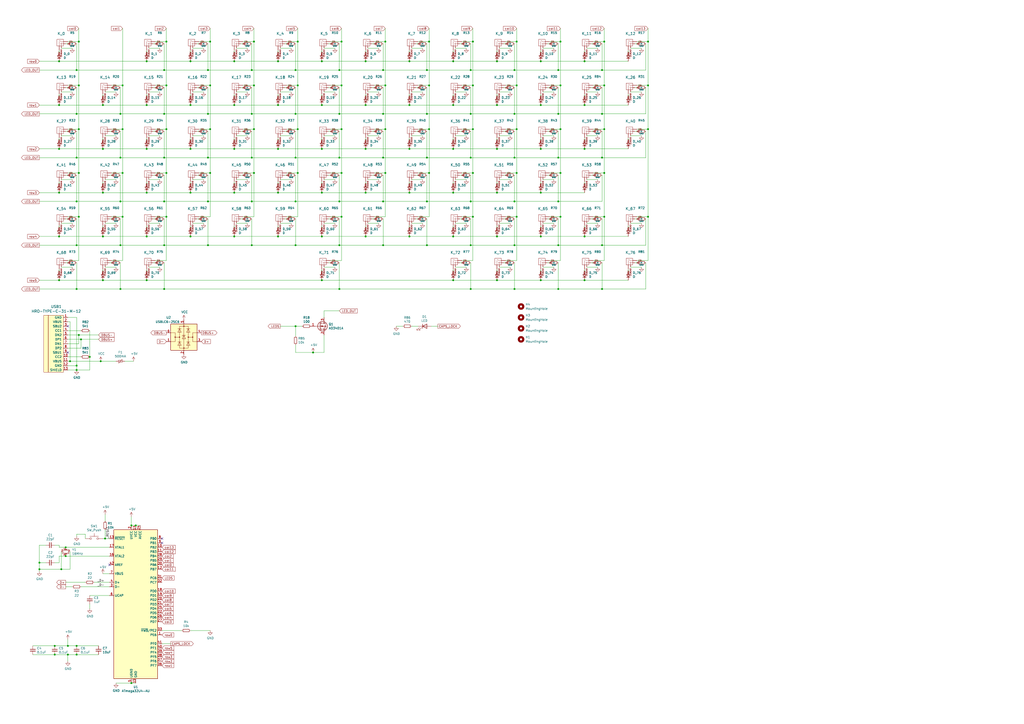
<source format=kicad_sch>
(kicad_sch (version 20211123) (generator eeschema)
  (paper "A2")
  (junction (at 299.72 74.93))
  (junction (at 299.72 49.53))
  (junction (at 222.25 40.64))
  (junction (at 323.85 91.44))
  (junction (at 222.25 66.04))
  (junction (at 375.92 24.13))
  (junction (at 39.37 374.65))
  (junction (at 196.85 116.84))
  (junction (at 45.72 49.53))
  (junction (at 237.49 137.16))
  (junction (at 375.92 125.73))
  (junction (at 350.52 100.33))
  (junction (at 298.45 116.84))
  (junction (at 323.85 142.24))
  (junction (at 76.2 304.8))
  (junction (at 85.09 35.56))
  (junction (at 85.09 111.76))
  (junction (at 274.32 100.33))
  (junction (at 262.89 137.16))
  (junction (at 223.52 24.13))
  (junction (at 95.25 40.64))
  (junction (at 172.72 74.93))
  (junction (at 76.2 396.24))
  (junction (at 313.69 86.36))
  (junction (at 161.29 60.96))
  (junction (at 31.75 374.65))
  (junction (at 349.25 167.64))
  (junction (at 135.89 86.36))
  (junction (at 38.1 322.58))
  (junction (at 299.72 125.73))
  (junction (at 45.72 194.31))
  (junction (at 135.89 111.76))
  (junction (at 110.49 60.96))
  (junction (at 146.05 142.24))
  (junction (at 44.45 91.44))
  (junction (at 147.32 24.13))
  (junction (at 323.85 40.64))
  (junction (at 69.85 66.04))
  (junction (at 85.09 60.96))
  (junction (at 339.09 137.16))
  (junction (at 46.99 196.85))
  (junction (at 325.12 125.73))
  (junction (at 248.92 100.33))
  (junction (at 247.65 116.84))
  (junction (at 110.49 137.16))
  (junction (at 350.52 125.73))
  (junction (at 44.45 374.65))
  (junction (at 325.12 100.33))
  (junction (at 171.45 66.04))
  (junction (at 198.12 24.13))
  (junction (at 60.96 312.42))
  (junction (at 349.25 91.44))
  (junction (at 273.05 116.84))
  (junction (at 120.65 91.44))
  (junction (at 120.65 66.04))
  (junction (at 69.85 91.44))
  (junction (at 85.09 86.36))
  (junction (at 186.69 86.36))
  (junction (at 247.65 40.64))
  (junction (at 222.25 116.84))
  (junction (at 299.72 100.33))
  (junction (at 44.45 116.84))
  (junction (at 222.25 91.44))
  (junction (at 161.29 111.76))
  (junction (at 40.64 209.55))
  (junction (at 323.85 167.64))
  (junction (at 262.89 86.36))
  (junction (at 120.65 142.24))
  (junction (at 171.45 142.24))
  (junction (at 196.85 142.24))
  (junction (at 248.92 74.93))
  (junction (at 96.52 125.73))
  (junction (at 135.89 60.96))
  (junction (at 38.1 317.5))
  (junction (at 161.29 137.16))
  (junction (at 44.45 40.64))
  (junction (at 274.32 24.13))
  (junction (at 339.09 162.56))
  (junction (at 59.69 111.76))
  (junction (at 161.29 35.56))
  (junction (at 375.92 74.93))
  (junction (at 39.37 379.73))
  (junction (at 121.92 24.13))
  (junction (at 95.25 167.64))
  (junction (at 44.45 66.04))
  (junction (at 196.85 91.44))
  (junction (at 71.12 125.73))
  (junction (at 325.12 24.13))
  (junction (at 35.56 330.2))
  (junction (at 223.52 49.53))
  (junction (at 375.92 49.53))
  (junction (at 120.65 40.64))
  (junction (at 147.32 49.53))
  (junction (at 349.25 142.24))
  (junction (at 52.07 207.01))
  (junction (at 171.45 91.44))
  (junction (at 262.89 162.56))
  (junction (at 313.69 60.96))
  (junction (at 69.85 167.64))
  (junction (at 135.89 137.16))
  (junction (at 288.29 35.56))
  (junction (at 171.45 189.23))
  (junction (at 71.12 74.93))
  (junction (at 212.09 60.96))
  (junction (at 95.25 91.44))
  (junction (at 161.29 86.36))
  (junction (at 288.29 86.36))
  (junction (at 110.49 35.56))
  (junction (at 298.45 66.04))
  (junction (at 237.49 35.56))
  (junction (at 44.45 214.63))
  (junction (at 247.65 66.04))
  (junction (at 146.05 116.84))
  (junction (at 212.09 137.16))
  (junction (at 350.52 49.53))
  (junction (at 44.45 379.73))
  (junction (at 34.29 162.56))
  (junction (at 186.69 60.96))
  (junction (at 121.92 49.53))
  (junction (at 274.32 49.53))
  (junction (at 350.52 24.13))
  (junction (at 59.69 86.36))
  (junction (at 147.32 100.33))
  (junction (at 298.45 40.64))
  (junction (at 96.52 74.93))
  (junction (at 273.05 142.24))
  (junction (at 198.12 74.93))
  (junction (at 247.65 142.24))
  (junction (at 96.52 24.13))
  (junction (at 31.75 379.73))
  (junction (at 186.69 111.76))
  (junction (at 186.69 137.16))
  (junction (at 349.25 40.64))
  (junction (at 171.45 116.84))
  (junction (at 34.29 137.16))
  (junction (at 212.09 111.76))
  (junction (at 171.45 40.64))
  (junction (at 237.49 86.36))
  (junction (at 273.05 66.04))
  (junction (at 198.12 49.53))
  (junction (at 172.72 24.13))
  (junction (at 71.12 100.33))
  (junction (at 110.49 111.76))
  (junction (at 22.86 326.39))
  (junction (at 298.45 167.64))
  (junction (at 45.72 24.13))
  (junction (at 186.69 35.56))
  (junction (at 196.85 40.64))
  (junction (at 34.29 35.56))
  (junction (at 59.69 60.96))
  (junction (at 247.65 91.44))
  (junction (at 58.42 209.55))
  (junction (at 44.45 212.09))
  (junction (at 147.32 74.93))
  (junction (at 44.45 142.24))
  (junction (at 95.25 116.84))
  (junction (at 135.89 35.56))
  (junction (at 95.25 66.04))
  (junction (at 299.72 24.13))
  (junction (at 78.74 304.8))
  (junction (at 196.85 66.04))
  (junction (at 325.12 74.93))
  (junction (at 237.49 111.76))
  (junction (at 85.09 162.56))
  (junction (at 44.45 167.64))
  (junction (at 120.65 116.84))
  (junction (at 45.72 125.73))
  (junction (at 172.72 100.33))
  (junction (at 274.32 125.73))
  (junction (at 288.29 60.96))
  (junction (at 223.52 74.93))
  (junction (at 45.72 74.93))
  (junction (at 181.61 204.47))
  (junction (at 313.69 162.56))
  (junction (at 350.52 74.93))
  (junction (at 273.05 40.64))
  (junction (at 288.29 162.56))
  (junction (at 262.89 35.56))
  (junction (at 146.05 66.04))
  (junction (at 34.29 60.96))
  (junction (at 85.09 137.16))
  (junction (at 222.25 142.24))
  (junction (at 325.12 49.53))
  (junction (at 172.72 49.53))
  (junction (at 313.69 111.76))
  (junction (at 59.69 162.56))
  (junction (at 298.45 142.24))
  (junction (at 323.85 116.84))
  (junction (at 212.09 35.56))
  (junction (at 69.85 116.84))
  (junction (at 339.09 86.36))
  (junction (at 71.12 49.53))
  (junction (at 186.69 162.56))
  (junction (at 34.29 111.76))
  (junction (at 323.85 66.04))
  (junction (at 349.25 66.04))
  (junction (at 262.89 111.76))
  (junction (at 59.69 137.16))
  (junction (at 339.09 60.96))
  (junction (at 288.29 111.76))
  (junction (at 96.52 100.33))
  (junction (at 313.69 35.56))
  (junction (at 339.09 35.56))
  (junction (at 248.92 49.53))
  (junction (at 274.32 74.93))
  (junction (at 273.05 167.64))
  (junction (at 313.69 137.16))
  (junction (at 288.29 137.16))
  (junction (at 223.52 100.33))
  (junction (at 196.85 167.64))
  (junction (at 22.86 330.2))
  (junction (at 212.09 86.36))
  (junction (at 121.92 100.33))
  (junction (at 146.05 40.64))
  (junction (at 198.12 100.33))
  (junction (at 262.89 60.96))
  (junction (at 45.72 100.33))
  (junction (at 146.05 91.44))
  (junction (at 121.92 74.93))
  (junction (at 198.12 125.73))
  (junction (at 298.45 91.44))
  (junction (at 95.25 142.24))
  (junction (at 237.49 60.96))
  (junction (at 34.29 86.36))
  (junction (at 69.85 142.24))
  (junction (at 273.05 91.44))
  (junction (at 110.49 86.36))
  (junction (at 96.52 49.53))
  (junction (at 248.92 24.13))
  (no_connect (at 39.37 204.47))
  (no_connect (at 63.5 327.66))
  (no_connect (at 39.37 189.23))
  (no_connect (at 93.98 312.42))
  (no_connect (at 93.98 314.96))
  (wire (pts (xy 237.49 35.56) (xy 262.89 35.56)))
  (wire (pts (xy 264.16 104.14) (xy 270.51 104.14)))
  (wire (pts (xy 120.65 116.84) (xy 120.65 101.6)))
  (wire (pts (xy 60.96 129.54) (xy 67.31 129.54)))
  (wire (pts (xy 212.09 86.36) (xy 237.49 86.36)))
  (wire (pts (xy 187.96 194.31) (xy 187.96 204.47)))
  (wire (pts (xy 273.05 116.84) (xy 298.45 116.84)))
  (wire (pts (xy 44.45 379.73) (xy 57.15 379.73)))
  (wire (pts (xy 298.45 66.04) (xy 298.45 50.8)))
  (wire (pts (xy 267.97 125.73) (xy 274.32 125.73)))
  (wire (pts (xy 241.3 25.4) (xy 242.57 25.4)))
  (wire (pts (xy 146.05 142.24) (xy 171.45 142.24)))
  (wire (pts (xy 85.09 111.76) (xy 110.49 111.76)))
  (wire (pts (xy 187.96 180.34) (xy 196.85 180.34)))
  (wire (pts (xy 299.72 125.73) (xy 299.72 100.33)))
  (wire (pts (xy 60.96 104.14) (xy 67.31 104.14)))
  (wire (pts (xy 364.49 54.61) (xy 364.49 55.88)))
  (wire (pts (xy 95.25 116.84) (xy 120.65 116.84)))
  (wire (pts (xy 241.3 50.8) (xy 242.57 50.8)))
  (wire (pts (xy 198.12 74.93) (xy 198.12 49.53)))
  (wire (pts (xy 135.89 86.36) (xy 161.29 86.36)))
  (wire (pts (xy 241.3 127) (xy 242.57 127)))
  (wire (pts (xy 187.96 53.34) (xy 194.31 53.34)))
  (wire (pts (xy 196.85 167.64) (xy 196.85 152.4)))
  (wire (pts (xy 38.1 101.6) (xy 39.37 101.6)))
  (wire (pts (xy 121.92 16.51) (xy 121.92 24.13)))
  (wire (pts (xy 323.85 142.24) (xy 323.85 127)))
  (wire (pts (xy 196.85 66.04) (xy 196.85 50.8)))
  (wire (pts (xy 120.65 142.24) (xy 146.05 142.24)))
  (wire (pts (xy 41.91 340.36) (xy 38.1 340.36)))
  (wire (pts (xy 212.09 105.41) (xy 212.09 106.68)))
  (wire (pts (xy 325.12 74.93) (xy 325.12 49.53)))
  (wire (pts (xy 298.45 116.84) (xy 298.45 101.6)))
  (wire (pts (xy 22.86 91.44) (xy 44.45 91.44)))
  (wire (pts (xy 58.42 209.55) (xy 67.31 209.55)))
  (wire (pts (xy 342.9 101.6) (xy 344.17 101.6)))
  (wire (pts (xy 96.52 74.93) (xy 96.52 49.53)))
  (wire (pts (xy 38.1 50.8) (xy 39.37 50.8)))
  (wire (pts (xy 298.45 142.24) (xy 298.45 127)))
  (wire (pts (xy 364.49 80.01) (xy 364.49 81.28)))
  (wire (pts (xy 161.29 86.36) (xy 186.69 86.36)))
  (wire (pts (xy 88.9 101.6) (xy 90.17 101.6)))
  (wire (pts (xy 237.49 105.41) (xy 237.49 106.68)))
  (wire (pts (xy 212.09 80.01) (xy 212.09 81.28)))
  (wire (pts (xy 22.86 35.56) (xy 34.29 35.56)))
  (wire (pts (xy 365.76 78.74) (xy 372.11 78.74)))
  (wire (pts (xy 267.97 49.53) (xy 274.32 49.53)))
  (wire (pts (xy 262.89 137.16) (xy 288.29 137.16)))
  (wire (pts (xy 292.1 76.2) (xy 293.37 76.2)))
  (wire (pts (xy 63.5 50.8) (xy 64.77 50.8)))
  (wire (pts (xy 325.12 24.13) (xy 325.12 49.53)))
  (wire (pts (xy 72.39 209.55) (xy 77.47 209.55)))
  (wire (pts (xy 288.29 35.56) (xy 313.69 35.56)))
  (wire (pts (xy 223.52 16.51) (xy 223.52 24.13)))
  (wire (pts (xy 247.65 91.44) (xy 273.05 91.44)))
  (wire (pts (xy 323.85 116.84) (xy 323.85 101.6)))
  (wire (pts (xy 196.85 142.24) (xy 196.85 127)))
  (wire (pts (xy 237.49 29.21) (xy 237.49 30.48)))
  (wire (pts (xy 323.85 40.64) (xy 323.85 25.4)))
  (wire (pts (xy 22.86 137.16) (xy 34.29 137.16)))
  (wire (pts (xy 59.69 80.01) (xy 59.69 81.28)))
  (wire (pts (xy 314.96 53.34) (xy 321.31 53.34)))
  (wire (pts (xy 35.56 104.14) (xy 41.91 104.14)))
  (wire (pts (xy 71.12 100.33) (xy 71.12 74.93)))
  (wire (pts (xy 171.45 189.23) (xy 175.26 189.23)))
  (wire (pts (xy 350.52 74.93) (xy 350.52 49.53)))
  (wire (pts (xy 242.57 100.33) (xy 248.92 100.33)))
  (wire (pts (xy 339.09 60.96) (xy 364.49 60.96)))
  (wire (pts (xy 135.89 137.16) (xy 161.29 137.16)))
  (wire (pts (xy 69.85 66.04) (xy 69.85 50.8)))
  (wire (pts (xy 45.72 194.31) (xy 57.15 194.31)))
  (wire (pts (xy 342.9 50.8) (xy 344.17 50.8)))
  (wire (pts (xy 147.32 100.33) (xy 147.32 74.93)))
  (wire (pts (xy 190.5 25.4) (xy 191.77 25.4)))
  (wire (pts (xy 44.45 167.64) (xy 69.85 167.64)))
  (wire (pts (xy 39.37 383.54) (xy 39.37 379.73)))
  (wire (pts (xy 349.25 142.24) (xy 349.25 127)))
  (wire (pts (xy 147.32 16.51) (xy 147.32 24.13)))
  (wire (pts (xy 198.12 100.33) (xy 198.12 74.93)))
  (wire (pts (xy 222.25 40.64) (xy 247.65 40.64)))
  (wire (pts (xy 171.45 66.04) (xy 171.45 50.8)))
  (wire (pts (xy 38.1 25.4) (xy 39.37 25.4)))
  (wire (pts (xy 121.92 125.73) (xy 121.92 100.33)))
  (wire (pts (xy 349.25 142.24) (xy 374.65 142.24)))
  (wire (pts (xy 95.25 116.84) (xy 95.25 101.6)))
  (wire (pts (xy 212.09 130.81) (xy 212.09 132.08)))
  (wire (pts (xy 375.92 151.13) (xy 375.92 125.73)))
  (wire (pts (xy 135.89 35.56) (xy 161.29 35.56)))
  (wire (pts (xy 238.76 104.14) (xy 245.11 104.14)))
  (wire (pts (xy 39.37 199.39) (xy 45.72 199.39)))
  (wire (pts (xy 264.16 53.34) (xy 270.51 53.34)))
  (wire (pts (xy 237.49 80.01) (xy 237.49 81.28)))
  (wire (pts (xy 60.96 53.34) (xy 67.31 53.34)))
  (wire (pts (xy 38.1 322.58) (xy 63.5 322.58)))
  (wire (pts (xy 339.09 35.56) (xy 364.49 35.56)))
  (wire (pts (xy 350.52 16.51) (xy 350.52 24.13)))
  (wire (pts (xy 60.96 298.45) (xy 60.96 302.26)))
  (wire (pts (xy 146.05 116.84) (xy 171.45 116.84)))
  (wire (pts (xy 222.25 116.84) (xy 222.25 101.6)))
  (wire (pts (xy 349.25 116.84) (xy 349.25 101.6)))
  (wire (pts (xy 39.37 125.73) (xy 45.72 125.73)))
  (wire (pts (xy 139.7 101.6) (xy 140.97 101.6)))
  (wire (pts (xy 198.12 151.13) (xy 198.12 125.73)))
  (wire (pts (xy 39.37 186.69) (xy 40.64 186.69)))
  (wire (pts (xy 120.65 40.64) (xy 146.05 40.64)))
  (wire (pts (xy 248.92 100.33) (xy 248.92 74.93)))
  (wire (pts (xy 212.09 29.21) (xy 212.09 30.48)))
  (wire (pts (xy 238.76 189.23) (xy 242.57 189.23)))
  (wire (pts (xy 140.97 49.53) (xy 147.32 49.53)))
  (wire (pts (xy 86.36 53.34) (xy 92.71 53.34)))
  (wire (pts (xy 313.69 156.21) (xy 313.69 157.48)))
  (wire (pts (xy 273.05 40.64) (xy 298.45 40.64)))
  (wire (pts (xy 85.09 60.96) (xy 110.49 60.96)))
  (wire (pts (xy 90.17 151.13) (xy 96.52 151.13)))
  (wire (pts (xy 369.57 74.93) (xy 375.92 74.93)))
  (wire (pts (xy 191.77 49.53) (xy 198.12 49.53)))
  (wire (pts (xy 190.5 152.4) (xy 191.77 152.4)))
  (wire (pts (xy 349.25 91.44) (xy 374.65 91.44)))
  (wire (pts (xy 325.12 100.33) (xy 325.12 74.93)))
  (wire (pts (xy 90.17 49.53) (xy 96.52 49.53)))
  (wire (pts (xy 340.36 129.54) (xy 346.71 129.54)))
  (wire (pts (xy 375.92 74.93) (xy 375.92 49.53)))
  (wire (pts (xy 340.36 104.14) (xy 346.71 104.14)))
  (wire (pts (xy 181.61 204.47) (xy 171.45 204.47)))
  (wire (pts (xy 262.89 60.96) (xy 288.29 60.96)))
  (wire (pts (xy 34.29 105.41) (xy 34.29 106.68)))
  (wire (pts (xy 166.37 125.73) (xy 172.72 125.73)))
  (wire (pts (xy 69.85 91.44) (xy 69.85 76.2)))
  (wire (pts (xy 39.37 214.63) (xy 44.45 214.63)))
  (wire (pts (xy 44.45 212.09) (xy 44.45 214.63)))
  (wire (pts (xy 44.45 40.64) (xy 95.25 40.64)))
  (wire (pts (xy 88.9 76.2) (xy 90.17 76.2)))
  (wire (pts (xy 95.25 142.24) (xy 120.65 142.24)))
  (wire (pts (xy 172.72 16.51) (xy 172.72 24.13)))
  (wire (pts (xy 217.17 49.53) (xy 223.52 49.53)))
  (wire (pts (xy 95.25 167.64) (xy 196.85 167.64)))
  (wire (pts (xy 111.76 78.74) (xy 118.11 78.74)))
  (wire (pts (xy 222.25 116.84) (xy 247.65 116.84)))
  (wire (pts (xy 313.69 80.01) (xy 313.69 81.28)))
  (wire (pts (xy 191.77 151.13) (xy 198.12 151.13)))
  (wire (pts (xy 288.29 86.36) (xy 313.69 86.36)))
  (wire (pts (xy 186.69 86.36) (xy 212.09 86.36)))
  (wire (pts (xy 198.12 16.51) (xy 198.12 24.13)))
  (wire (pts (xy 71.12 74.93) (xy 71.12 49.53)))
  (wire (pts (xy 339.09 130.81) (xy 339.09 132.08)))
  (wire (pts (xy 213.36 53.34) (xy 219.71 53.34)))
  (wire (pts (xy 39.37 191.77) (xy 46.99 191.77)))
  (wire (pts (xy 110.49 54.61) (xy 110.49 55.88)))
  (wire (pts (xy 34.29 316.23) (xy 34.29 317.5)))
  (wire (pts (xy 262.89 54.61) (xy 262.89 55.88)))
  (wire (pts (xy 349.25 40.64) (xy 349.25 25.4)))
  (wire (pts (xy 31.75 316.23) (xy 34.29 316.23)))
  (wire (pts (xy 45.72 74.93) (xy 45.72 49.53)))
  (wire (pts (xy 34.29 162.56) (xy 59.69 162.56)))
  (wire (pts (xy 34.29 130.81) (xy 34.29 132.08)))
  (wire (pts (xy 317.5 101.6) (xy 318.77 101.6)))
  (wire (pts (xy 165.1 25.4) (xy 166.37 25.4)))
  (wire (pts (xy 191.77 100.33) (xy 198.12 100.33)))
  (wire (pts (xy 114.3 76.2) (xy 115.57 76.2)))
  (wire (pts (xy 273.05 91.44) (xy 298.45 91.44)))
  (wire (pts (xy 369.57 151.13) (xy 375.92 151.13)))
  (wire (pts (xy 40.64 320.04) (xy 40.64 330.2)))
  (wire (pts (xy 212.09 111.76) (xy 237.49 111.76)))
  (wire (pts (xy 292.1 25.4) (xy 293.37 25.4)))
  (wire (pts (xy 187.96 104.14) (xy 194.31 104.14)))
  (wire (pts (xy 299.72 100.33) (xy 299.72 74.93)))
  (wire (pts (xy 121.92 24.13) (xy 121.92 49.53)))
  (wire (pts (xy 317.5 76.2) (xy 318.77 76.2)))
  (wire (pts (xy 292.1 101.6) (xy 293.37 101.6)))
  (wire (pts (xy 96.52 24.13) (xy 96.52 49.53)))
  (wire (pts (xy 339.09 54.61) (xy 339.09 55.88)))
  (wire (pts (xy 213.36 78.74) (xy 219.71 78.74)))
  (wire (pts (xy 344.17 24.13) (xy 350.52 24.13)))
  (wire (pts (xy 95.25 91.44) (xy 120.65 91.44)))
  (wire (pts (xy 39.37 209.55) (xy 40.64 209.55)))
  (wire (pts (xy 172.72 24.13) (xy 172.72 49.53)))
  (wire (pts (xy 34.29 80.01) (xy 34.29 81.28)))
  (wire (pts (xy 86.36 129.54) (xy 92.71 129.54)))
  (wire (pts (xy 39.37 374.65) (xy 44.45 374.65)))
  (wire (pts (xy 161.29 35.56) (xy 186.69 35.56)))
  (wire (pts (xy 196.85 167.64) (xy 273.05 167.64)))
  (wire (pts (xy 217.17 100.33) (xy 223.52 100.33)))
  (wire (pts (xy 111.76 27.94) (xy 118.11 27.94)))
  (wire (pts (xy 344.17 151.13) (xy 350.52 151.13)))
  (wire (pts (xy 85.09 156.21) (xy 85.09 157.48)))
  (wire (pts (xy 34.29 317.5) (xy 38.1 317.5)))
  (wire (pts (xy 34.29 326.39) (xy 34.29 322.58)))
  (wire (pts (xy 323.85 91.44) (xy 349.25 91.44)))
  (wire (pts (xy 247.65 116.84) (xy 247.65 101.6)))
  (wire (pts (xy 139.7 76.2) (xy 140.97 76.2)))
  (wire (pts (xy 22.86 111.76) (xy 34.29 111.76)))
  (wire (pts (xy 44.45 116.84) (xy 69.85 116.84)))
  (wire (pts (xy 213.36 27.94) (xy 219.71 27.94)))
  (wire (pts (xy 34.29 111.76) (xy 59.69 111.76)))
  (wire (pts (xy 64.77 151.13) (xy 71.12 151.13)))
  (wire (pts (xy 59.69 60.96) (xy 85.09 60.96)))
  (wire (pts (xy 115.57 74.93) (xy 121.92 74.93)))
  (wire (pts (xy 247.65 91.44) (xy 247.65 76.2)))
  (wire (pts (xy 39.37 379.73) (xy 44.45 379.73)))
  (wire (pts (xy 248.92 16.51) (xy 248.92 24.13)))
  (wire (pts (xy 39.37 194.31) (xy 45.72 194.31)))
  (wire (pts (xy 60.96 78.74) (xy 67.31 78.74)))
  (wire (pts (xy 222.25 91.44) (xy 247.65 91.44)))
  (wire (pts (xy 172.72 74.93) (xy 172.72 49.53)))
  (wire (pts (xy 38.1 127) (xy 39.37 127)))
  (wire (pts (xy 110.49 130.81) (xy 110.49 132.08)))
  (wire (pts (xy 237.49 130.81) (xy 237.49 132.08)))
  (wire (pts (xy 121.92 74.93) (xy 121.92 49.53)))
  (wire (pts (xy 88.9 152.4) (xy 90.17 152.4)))
  (wire (pts (xy 215.9 76.2) (xy 217.17 76.2)))
  (wire (pts (xy 313.69 60.96) (xy 339.09 60.96)))
  (wire (pts (xy 213.36 129.54) (xy 219.71 129.54)))
  (wire (pts (xy 166.37 100.33) (xy 172.72 100.33)))
  (wire (pts (xy 171.45 204.47) (xy 171.45 200.025)))
  (wire (pts (xy 313.69 111.76) (xy 339.09 111.76)))
  (wire (pts (xy 186.69 35.56) (xy 212.09 35.56)))
  (wire (pts (xy 38.1 76.2) (xy 39.37 76.2)))
  (wire (pts (xy 223.52 74.93) (xy 223.52 49.53)))
  (wire (pts (xy 267.97 24.13) (xy 274.32 24.13)))
  (wire (pts (xy 339.09 156.21) (xy 339.09 157.48)))
  (wire (pts (xy 318.77 49.53) (xy 325.12 49.53)))
  (wire (pts (xy 289.56 154.94) (xy 295.91 154.94)))
  (wire (pts (xy 293.37 151.13) (xy 299.72 151.13)))
  (wire (pts (xy 63.5 152.4) (xy 64.77 152.4)))
  (wire (pts (xy 368.3 127) (xy 369.57 127)))
  (wire (pts (xy 264.16 78.74) (xy 270.51 78.74)))
  (wire (pts (xy 22.86 66.04) (xy 44.45 66.04)))
  (wire (pts (xy 161.29 105.41) (xy 161.29 106.68)))
  (wire (pts (xy 85.09 35.56) (xy 110.49 35.56)))
  (wire (pts (xy 22.86 326.39) (xy 26.67 326.39)))
  (wire (pts (xy 262.89 111.76) (xy 288.29 111.76)))
  (wire (pts (xy 186.69 54.61) (xy 186.69 55.88)))
  (wire (pts (xy 166.37 49.53) (xy 172.72 49.53)))
  (wire (pts (xy 222.25 40.64) (xy 222.25 25.4)))
  (wire (pts (xy 325.12 151.13) (xy 325.12 125.73)))
  (wire (pts (xy 264.16 27.94) (xy 270.51 27.94)))
  (wire (pts (xy 85.09 105.41) (xy 85.09 106.68)))
  (wire (pts (xy 69.85 167.64) (xy 69.85 152.4)))
  (wire (pts (xy 289.56 53.34) (xy 295.91 53.34)))
  (wire (pts (xy 69.85 116.84) (xy 69.85 101.6)))
  (wire (pts (xy 181.61 204.47) (xy 187.96 204.47)))
  (wire (pts (xy 289.56 129.54) (xy 295.91 129.54)))
  (wire (pts (xy 64.77 100.33) (xy 71.12 100.33)))
  (wire (pts (xy 34.29 29.21) (xy 34.29 30.48)))
  (wire (pts (xy 247.65 40.64) (xy 247.65 25.4)))
  (wire (pts (xy 44.45 142.24) (xy 44.45 127)))
  (wire (pts (xy 44.45 91.44) (xy 69.85 91.44)))
  (wire (pts (xy 114.3 25.4) (xy 115.57 25.4)))
  (wire (pts (xy 350.52 151.13) (xy 350.52 125.73)))
  (wire (pts (xy 339.09 86.36) (xy 364.49 86.36)))
  (wire (pts (xy 44.45 116.84) (xy 44.45 101.6)))
  (wire (pts (xy 147.32 74.93) (xy 147.32 49.53)))
  (wire (pts (xy 344.17 74.93) (xy 350.52 74.93)))
  (wire (pts (xy 262.89 80.01) (xy 262.89 81.28)))
  (wire (pts (xy 88.9 50.8) (xy 90.17 50.8)))
  (wire (pts (xy 71.12 151.13) (xy 71.12 125.73)))
  (wire (pts (xy 368.3 25.4) (xy 369.57 25.4)))
  (wire (pts (xy 374.65 142.24) (xy 374.65 127)))
  (wire (pts (xy 96.52 125.73) (xy 96.52 100.33)))
  (wire (pts (xy 161.29 54.61) (xy 161.29 55.88)))
  (wire (pts (xy 35.56 129.54) (xy 41.91 129.54)))
  (wire (pts (xy 212.09 137.16) (xy 237.49 137.16)))
  (wire (pts (xy 298.45 167.64) (xy 323.85 167.64)))
  (wire (pts (xy 22.86 167.64) (xy 44.45 167.64)))
  (wire (pts (xy 114.3 101.6) (xy 115.57 101.6)))
  (wire (pts (xy 318.77 24.13) (xy 325.12 24.13)))
  (wire (pts (xy 350.52 24.13) (xy 350.52 49.53)))
  (wire (pts (xy 85.09 54.61) (xy 85.09 55.88)))
  (wire (pts (xy 44.45 66.04) (xy 69.85 66.04)))
  (wire (pts (xy 191.77 74.93) (xy 198.12 74.93)))
  (wire (pts (xy 85.09 86.36) (xy 110.49 86.36)))
  (wire (pts (xy 165.1 101.6) (xy 166.37 101.6)))
  (wire (pts (xy 45.72 151.13) (xy 45.72 125.73)))
  (wire (pts (xy 146.05 91.44) (xy 146.05 76.2)))
  (wire (pts (xy 317.5 25.4) (xy 318.77 25.4)))
  (wire (pts (xy 52.07 345.44) (xy 63.5 345.44)))
  (wire (pts (xy 171.45 40.64) (xy 171.45 25.4)))
  (wire (pts (xy 69.85 91.44) (xy 95.25 91.44)))
  (wire (pts (xy 161.29 60.96) (xy 186.69 60.96)))
  (wire (pts (xy 44.45 309.88) (xy 49.53 309.88)))
  (wire (pts (xy 237.49 111.76) (xy 262.89 111.76)))
  (wire (pts (xy 339.09 80.01) (xy 339.09 81.28)))
  (wire (pts (xy 63.5 76.2) (xy 64.77 76.2)))
  (wire (pts (xy 135.89 29.21) (xy 135.89 30.48)))
  (wire (pts (xy 350.52 125.73) (xy 350.52 100.33)))
  (wire (pts (xy 191.77 24.13) (xy 198.12 24.13)))
  (wire (pts (xy 340.36 27.94) (xy 346.71 27.94)))
  (wire (pts (xy 39.37 207.01) (xy 46.99 207.01)))
  (wire (pts (xy 44.45 40.64) (xy 44.45 25.4)))
  (wire (pts (xy 288.29 29.21) (xy 288.29 30.48)))
  (wire (pts (xy 31.75 379.73) (xy 39.37 379.73)))
  (wire (pts (xy 262.89 86.36) (xy 288.29 86.36)))
  (wire (pts (xy 339.09 29.21) (xy 339.09 30.48)))
  (wire (pts (xy 274.32 16.51) (xy 274.32 24.13)))
  (wire (pts (xy 59.69 156.21) (xy 59.69 157.48)))
  (wire (pts (xy 96.52 16.51) (xy 96.52 24.13)))
  (wire (pts (xy 45.72 199.39) (xy 45.72 194.31)))
  (wire (pts (xy 45.72 125.73) (xy 45.72 100.33)))
  (wire (pts (xy 162.56 78.74) (xy 168.91 78.74)))
  (wire (pts (xy 273.05 167.64) (xy 298.45 167.64)))
  (wire (pts (xy 262.89 130.81) (xy 262.89 132.08)))
  (wire (pts (xy 95.25 66.04) (xy 95.25 50.8)))
  (wire (pts (xy 111.76 53.34) (xy 118.11 53.34)))
  (wire (pts (xy 110.49 29.21) (xy 110.49 30.48)))
  (wire (pts (xy 237.49 54.61) (xy 237.49 55.88)))
  (wire (pts (xy 31.75 374.65) (xy 39.37 374.65)))
  (wire (pts (xy 22.86 86.36) (xy 34.29 86.36)))
  (wire (pts (xy 314.96 129.54) (xy 321.31 129.54)))
  (wire (pts (xy 161.29 111.76) (xy 186.69 111.76)))
  (wire (pts (xy 39.37 74.93) (xy 45.72 74.93)))
  (wire (pts (xy 95.25 91.44) (xy 95.25 76.2)))
  (wire (pts (xy 241.3 76.2) (xy 242.57 76.2)))
  (wire (pts (xy 64.77 74.93) (xy 71.12 74.93)))
  (wire (pts (xy 111.76 104.14) (xy 118.11 104.14)))
  (wire (pts (xy 323.85 66.04) (xy 323.85 50.8)))
  (wire (pts (xy 223.52 24.13) (xy 223.52 49.53)))
  (wire (pts (xy 288.29 80.01) (xy 288.29 81.28)))
  (wire (pts (xy 135.89 60.96) (xy 161.29 60.96)))
  (wire (pts (xy 248.92 24.13) (xy 248.92 49.53)))
  (wire (pts (xy 247.65 40.64) (xy 273.05 40.64)))
  (wire (pts (xy 146.05 116.84) (xy 146.05 101.6)))
  (wire (pts (xy 374.65 40.64) (xy 374.65 25.4)))
  (wire (pts (xy 288.29 111.76) (xy 313.69 111.76)))
  (wire (pts (xy 59.69 332.74) (xy 63.5 332.74)))
  (wire (pts (xy 54.61 337.82) (xy 63.5 337.82)))
  (wire (pts (xy 317.5 50.8) (xy 318.77 50.8)))
  (wire (pts (xy 215.9 25.4) (xy 217.17 25.4)))
  (wire (pts (xy 266.7 152.4) (xy 267.97 152.4)))
  (wire (pts (xy 198.12 125.73) (xy 198.12 100.33)))
  (wire (pts (xy 196.85 116.84) (xy 222.25 116.84)))
  (wire (pts (xy 146.05 40.64) (xy 146.05 25.4)))
  (wire (pts (xy 340.36 78.74) (xy 346.71 78.74)))
  (wire (pts (xy 187.96 154.94) (xy 194.31 154.94)))
  (wire (pts (xy 298.45 116.84) (xy 323.85 116.84)))
  (wire (pts (xy 45.72 24.13) (xy 45.72 49.53)))
  (wire (pts (xy 39.37 370.84) (xy 39.37 374.65)))
  (wire (pts (xy 38.1 317.5) (xy 63.5 317.5)))
  (wire (pts (xy 222.25 66.04) (xy 247.65 66.04)))
  (wire (pts (xy 22.86 162.56) (xy 34.29 162.56)))
  (wire (pts (xy 339.09 105.41) (xy 339.09 106.68)))
  (wire (pts (xy 166.37 74.93) (xy 172.72 74.93)))
  (wire (pts (xy 90.17 100.33) (xy 96.52 100.33)))
  (wire (pts (xy 273.05 40.64) (xy 273.05 25.4)))
  (wire (pts (xy 375.92 24.13) (xy 375.92 49.53)))
  (wire (pts (xy 40.64 330.2) (xy 35.56 330.2)))
  (wire (pts (xy 318.77 74.93) (xy 325.12 74.93)))
  (wire (pts (xy 365.76 129.54) (xy 372.11 129.54)))
  (wire (pts (xy 34.29 86.36) (xy 59.69 86.36)))
  (wire (pts (xy 59.69 130.81) (xy 59.69 132.08)))
  (wire (pts (xy 34.29 54.61) (xy 34.29 55.88)))
  (wire (pts (xy 35.56 27.94) (xy 41.91 27.94)))
  (wire (pts (xy 69.85 167.64) (xy 95.25 167.64)))
  (wire (pts (xy 95.25 40.64) (xy 95.25 25.4)))
  (wire (pts (xy 137.16 129.54) (xy 143.51 129.54)))
  (wire (pts (xy 262.89 162.56) (xy 288.29 162.56)))
  (wire (pts (xy 64.77 49.53) (xy 71.12 49.53)))
  (wire (pts (xy 248.92 125.73) (xy 248.92 100.33)))
  (wire (pts (xy 110.49 365.76) (xy 121.92 365.76)))
  (wire (pts (xy 44.45 167.64) (xy 44.45 152.4)))
  (wire (pts (xy 196.85 40.64) (xy 196.85 25.4)))
  (wire (pts (xy 110.49 105.41) (xy 110.49 106.68)))
  (wire (pts (xy 137.16 53.34) (xy 143.51 53.34)))
  (wire (pts (xy 137.16 78.74) (xy 143.51 78.74)))
  (wire (pts (xy 85.09 130.81) (xy 85.09 132.08)))
  (wire (pts (xy 350.52 100.33) (xy 350.52 74.93)))
  (wire (pts (xy 298.45 40.64) (xy 323.85 40.64)))
  (wire (pts (xy 266.7 101.6) (xy 267.97 101.6)))
  (wire (pts (xy 323.85 91.44) (xy 323.85 76.2)))
  (wire (pts (xy 313.69 86.36) (xy 339.09 86.36)))
  (wire (pts (xy 222.25 142.24) (xy 247.65 142.24)))
  (wire (pts (xy 86.36 78.74) (xy 92.71 78.74)))
  (wire (pts (xy 368.3 152.4) (xy 369.57 152.4)))
  (wire (pts (xy 171.45 142.24) (xy 196.85 142.24)))
  (wire (pts (xy 34.29 322.58) (xy 38.1 322.58)))
  (wire (pts (xy 146.05 66.04) (xy 171.45 66.04)))
  (wire (pts (xy 247.65 116.84) (xy 273.05 116.84)))
  (wire (pts (xy 339.09 162.56) (xy 364.49 162.56)))
  (wire (pts (xy 344.17 100.33) (xy 350.52 100.33)))
  (wire (pts (xy 59.69 162.56) (xy 85.09 162.56)))
  (wire (pts (xy 289.56 27.94) (xy 295.91 27.94)))
  (wire (pts (xy 186.69 29.21) (xy 186.69 30.48)))
  (wire (pts (xy 90.17 125.73) (xy 96.52 125.73)))
  (wire (pts (xy 314.96 27.94) (xy 321.31 27.94)))
  (wire (pts (xy 162.56 53.34) (xy 168.91 53.34)))
  (wire (pts (xy 44.45 142.24) (xy 69.85 142.24)))
  (wire (pts (xy 161.29 137.16) (xy 186.69 137.16)))
  (wire (pts (xy 293.37 100.33) (xy 299.72 100.33)))
  (wire (pts (xy 196.85 66.04) (xy 222.25 66.04)))
  (wire (pts (xy 139.7 50.8) (xy 140.97 50.8)))
  (wire (pts (xy 162.56 189.23) (xy 171.45 189.23)))
  (wire (pts (xy 22.86 316.23) (xy 22.86 326.39)))
  (wire (pts (xy 171.45 91.44) (xy 196.85 91.44)))
  (wire (pts (xy 110.49 80.01) (xy 110.49 81.28)))
  (wire (pts (xy 238.76 27.94) (xy 245.11 27.94)))
  (wire (pts (xy 111.76 129.54) (xy 118.11 129.54)))
  (wire (pts (xy 96.52 151.13) (xy 96.52 125.73)))
  (wire (pts (xy 120.65 66.04) (xy 146.05 66.04)))
  (wire (pts (xy 323.85 167.64) (xy 349.25 167.64)))
  (wire (pts (xy 318.77 125.73) (xy 325.12 125.73)))
  (wire (pts (xy 110.49 137.16) (xy 135.89 137.16)))
  (wire (pts (xy 59.69 105.41) (xy 59.69 106.68)))
  (wire (pts (xy 19.05 379.73) (xy 31.75 379.73)))
  (wire (pts (xy 135.89 130.81) (xy 135.89 132.08)))
  (wire (pts (xy 289.56 78.74) (xy 295.91 78.74)))
  (wire (pts (xy 35.56 330.2) (xy 22.86 330.2)))
  (wire (pts (xy 172.72 125.73) (xy 172.72 100.33)))
  (wire (pts (xy 196.85 40.64) (xy 222.25 40.64)))
  (wire (pts (xy 266.7 25.4) (xy 267.97 25.4)))
  (wire (pts (xy 223.52 125.73) (xy 223.52 100.33)))
  (wire (pts (xy 318.77 151.13) (xy 325.12 151.13)))
  (wire (pts (xy 299.72 151.13) (xy 299.72 125.73)))
  (wire (pts (xy 171.45 91.44) (xy 171.45 76.2)))
  (wire (pts (xy 120.65 142.24) (xy 120.65 127)))
  (wire (pts (xy 323.85 116.84) (xy 349.25 116.84)))
  (wire (pts (xy 114.3 50.8) (xy 115.57 50.8)))
  (wire (pts (xy 161.29 130.81) (xy 161.29 132.08)))
  (wire (pts (xy 161.29 80.01) (xy 161.29 81.28)))
  (wire (pts (xy 293.37 125.73) (xy 299.72 125.73)))
  (wire (pts (xy 35.56 320.04) (xy 35.56 330.2)))
  (wire (pts (xy 22.86 326.39) (xy 22.86 330.2)))
  (wire (pts (xy 166.37 24.13) (xy 172.72 24.13)))
  (wire (pts (xy 139.7 127) (xy 140.97 127)))
  (wire (pts (xy 137.16 104.14) (xy 143.51 104.14)))
  (wire (pts (xy 40.64 186.69) (xy 40.64 209.55)))
  (wire (pts (xy 229.87 189.23) (xy 233.68 189.23)))
  (wire (pts (xy 22.86 40.64) (xy 44.45 40.64)))
  (wire (pts (xy 86.36 27.94) (xy 92.71 27.94)))
  (wire (pts (xy 85.09 137.16) (xy 110.49 137.16)))
  (wire (pts (xy 190.5 76.2) (xy 191.77 76.2)))
  (wire (pts (xy 52.07 214.63) (xy 44.45 214.63)))
  (wire (pts (xy 298.45 142.24) (xy 323.85 142.24)))
  (wire (pts (xy 342.9 152.4) (xy 344.17 152.4)))
  (wire (pts (xy 237.49 86.36) (xy 262.89 86.36)))
  (wire (pts (xy 86.36 104.14) (xy 92.71 104.14)))
  (wire (pts (xy 121.92 100.33) (xy 121.92 74.93)))
  (wire (pts (xy 171.45 116.84) (xy 171.45 101.6)))
  (wire (pts (xy 110.49 111.76) (xy 135.89 111.76)))
  (wire (pts (xy 140.97 100.33) (xy 147.32 100.33)))
  (wire (pts (xy 115.57 125.73) (xy 121.92 125.73)))
  (wire (pts (xy 364.49 29.21) (xy 364.49 30.48)))
  (wire (pts (xy 187.96 27.94) (xy 194.31 27.94)))
  (wire (pts (xy 39.37 184.15) (xy 44.45 184.15)))
  (wire (pts (xy 273.05 142.24) (xy 298.45 142.24)))
  (wire (pts (xy 59.69 111.76) (xy 85.09 111.76)))
  (wire (pts (xy 242.57 24.13) (xy 248.92 24.13)))
  (wire (pts (xy 34.29 60.96) (xy 59.69 60.96)))
  (wire (pts (xy 365.76 27.94) (xy 372.11 27.94)))
  (wire (pts (xy 110.49 60.96) (xy 135.89 60.96)))
  (wire (pts (xy 187.96 129.54) (xy 194.31 129.54)))
  (wire (pts (xy 213.36 104.14) (xy 219.71 104.14)))
  (wire (pts (xy 298.45 91.44) (xy 323.85 91.44)))
  (wire (pts (xy 247.65 142.24) (xy 273.05 142.24)))
  (wire (pts (xy 267.97 100.33) (xy 274.32 100.33)))
  (wire (pts (xy 299.72 16.51) (xy 299.72 24.13)))
  (wire (pts (xy 342.9 127) (xy 344.17 127)))
  (wire (pts (xy 115.57 100.33) (xy 121.92 100.33)))
  (wire (pts (xy 140.97 125.73) (xy 147.32 125.73)))
  (wire (pts (xy 45.72 100.33) (xy 45.72 74.93)))
  (wire (pts (xy 247.65 66.04) (xy 247.65 50.8)))
  (wire (pts (xy 44.45 212.09) (xy 44.45 184.15)))
  (wire (pts (xy 46.99 201.93) (xy 46.99 196.85)))
  (wire (pts (xy 64.77 125.73) (xy 71.12 125.73)))
  (wire (pts (xy 39.37 49.53) (xy 45.72 49.53)))
  (wire (pts (xy 292.1 127) (xy 293.37 127)))
  (wire (pts (xy 217.17 74.93) (xy 223.52 74.93)))
  (wire (pts (xy 191.77 125.73) (xy 198.12 125.73)))
  (wire (pts (xy 85.09 80.01) (xy 85.09 81.28)))
  (wire (pts (xy 186.69 130.81) (xy 186.69 132.08)))
  (wire (pts (xy 110.49 35.56) (xy 135.89 35.56)))
  (wire (pts (xy 375.92 16.51) (xy 375.92 24.13)))
  (wire (pts (xy 215.9 127) (xy 217.17 127)))
  (wire (pts (xy 135.89 111.76) (xy 161.29 111.76)))
  (wire (pts (xy 93.98 365.76) (xy 105.41 365.76)))
  (wire (pts (xy 171.45 142.24) (xy 171.45 127)))
  (wire (pts (xy 146.05 66.04) (xy 146.05 50.8)))
  (wire (pts (xy 39.37 24.13) (xy 45.72 24.13)))
  (wire (pts (xy 165.1 50.8) (xy 166.37 50.8)))
  (wire (pts (xy 241.3 101.6) (xy 242.57 101.6)))
  (wire (pts (xy 254 189.23) (xy 250.19 189.23)))
  (wire (pts (xy 120.65 91.44) (xy 120.65 76.2)))
  (wire (pts (xy 35.56 154.94) (xy 41.91 154.94)))
  (wire (pts (xy 165.1 127) (xy 166.37 127)))
  (wire (pts (xy 273.05 66.04) (xy 273.05 50.8)))
  (wire (pts (xy 313.69 162.56) (xy 339.09 162.56)))
  (wire (pts (xy 368.3 50.8) (xy 369.57 50.8)))
  (wire (pts (xy 171.45 189.23) (xy 171.45 194.945)))
  (wire (pts (xy 114.3 127) (xy 115.57 127)))
  (wire (pts (xy 171.45 40.64) (xy 196.85 40.64)))
  (wire (pts (xy 95.25 142.24) (xy 95.25 127)))
  (wire (pts (xy 339.09 137.16) (xy 364.49 137.16)))
  (wire (pts (xy 267.97 151.13) (xy 274.32 151.13)))
  (wire (pts (xy 35.56 78.74) (xy 41.91 78.74)))
  (wire (pts (xy 186.69 60.96) (xy 212.09 60.96)))
  (wire (pts (xy 222.25 91.44) (xy 222.25 76.2)))
  (wire (pts (xy 292.1 152.4) (xy 293.37 152.4)))
  (wire (pts (xy 274.32 100.33) (xy 274.32 74.93)))
  (wire (pts (xy 120.65 91.44) (xy 146.05 91.44)))
  (wire (pts (xy 238.76 53.34) (xy 245.11 53.34)))
  (wire (pts (xy 313.69 54.61) (xy 313.69 55.88)))
  (wire (pts (xy 39.37 201.93) (xy 46.99 201.93)))
  (wire (pts (xy 242.57 49.53) (xy 248.92 49.53)))
  (wire (pts (xy 298.45 40.64) (xy 298.45 25.4)))
  (wire (pts (xy 274.32 24.13) (xy 274.32 49.53)))
  (wire (pts (xy 171.45 66.04) (xy 196.85 66.04)))
  (wire (pts (xy 34.29 35.56) (xy 85.09 35.56)))
  (wire (pts (xy 288.29 54.61) (xy 288.29 55.88)))
  (wire (pts (xy 186.69 162.56) (xy 262.89 162.56)))
  (wire (pts (xy 44.45 311.15) (xy 44.45 309.88)))
  (wire (pts (xy 35.56 53.34) (xy 41.91 53.34)))
  (wire (pts (xy 349.25 40.64) (xy 374.65 40.64)))
  (wire (pts (xy 274.32 74.93) (xy 274.32 49.53)))
  (wire (pts (xy 34.29 137.16) (xy 59.69 137.16)))
  (wire (pts (xy 344.17 49.53) (xy 350.52 49.53)))
  (wire (pts (xy 264.16 129.54) (xy 270.51 129.54)))
  (wire (pts (xy 120.65 66.04) (xy 120.65 50.8)))
  (wire (pts (xy 323.85 142.24) (xy 349.25 142.24)))
  (wire (pts (xy 313.69 29.21) (xy 313.69 30.48)))
  (wire (pts (xy 115.57 49.53) (xy 121.92 49.53)))
  (wire (pts (xy 267.97 74.93) (xy 274.32 74.93)))
  (wire (pts (xy 323.85 66.04) (xy 349.25 66.04)))
  (wire (pts (xy 247.65 142.24) (xy 247.65 127)))
  (wire (pts (xy 365.76 53.34) (xy 372.11 53.34)))
  (wire (pts (xy 375.92 125.73) (xy 375.92 74.93)))
  (wire (pts (xy 19.05 374.65) (xy 31.75 374.65)))
  (wire (pts (xy 140.97 24.13) (xy 147.32 24.13)))
  (wire (pts (xy 190.5 127) (xy 191.77 127)))
  (wire (pts (xy 161.29 29.21) (xy 161.29 30.48)))
  (wire (pts (xy 45.72 16.51) (xy 45.72 24.13)))
  (wire (pts (xy 317.5 127) (xy 318.77 127)))
  (wire (pts (xy 313.69 130.81) (xy 313.69 132.08)))
  (wire (pts (xy 314.96 104.14) (xy 321.31 104.14)))
  (wire (pts (xy 212.09 60.96) (xy 237.49 60.96)))
  (wire (pts (xy 135.89 54.61) (xy 135.89 55.88)))
  (wire (pts (xy 67.31 396.24) (xy 76.2 396.24)))
  (wire (pts (xy 88.9 25.4) (xy 90.17 25.4)))
  (wire (pts (xy 146.05 91.44) (xy 171.45 91.44)))
  (wire (pts (xy 266.7 50.8) (xy 267.97 50.8)))
  (wire (pts (xy 374.65 66.04) (xy 374.65 50.8)))
  (wire (pts (xy 349.25 167.64) (xy 349.25 152.4)))
  (wire (pts (xy 162.56 129.54) (xy 168.91 129.54)))
  (wire (pts (xy 81.28 304.8) (xy 78.74 304.8)))
  (wire (pts (xy 135.89 80.01) (xy 135.89 81.28)))
  (wire (pts (xy 85.09 29.21) (xy 85.09 30.48)))
  (wire (pts (xy 222.25 142.24) (xy 222.25 127)))
  (wire (pts (xy 110.49 86.36) (xy 135.89 86.36)))
  (wire (pts (xy 146.05 142.24) (xy 146.05 127)))
  (wire (pts (xy 60.96 154.94) (xy 67.31 154.94)))
  (wire (pts (xy 63.5 127) (xy 64.77 127)))
  (wire (pts (xy 262.89 105.41) (xy 262.89 106.68)))
  (wire (pts (xy 313.69 35.56) (xy 339.09 35.56)))
  (wire (pts (xy 165.1 76.2) (xy 166.37 76.2)))
  (wire (pts (xy 217.17 24.13) (xy 223.52 24.13)))
  (wire (pts (xy 196.85 91.44) (xy 222.25 91.44)))
  (wire (pts (xy 39.37 100.33) (xy 45.72 100.33)))
  (wire (pts (xy 186.69 80.01) (xy 186.69 81.28)))
  (wire (pts (xy 196.85 116.84) (xy 196.85 101.6)))
  (wire (pts (xy 46.99 196.85) (xy 57.15 196.85)))
  (wire (pts (xy 369.57 24.13) (xy 375.92 24.13)))
  (wire (pts (xy 368.3 76.2) (xy 369.57 76.2)))
  (wire (pts (xy 59.69 86.36) (xy 85.09 86.36)))
  (wire (pts (xy 40.64 209.55) (xy 58.42 209.55)))
  (wire (pts (xy 238.76 129.54) (xy 245.11 129.54)))
  (wire (pts (xy 22.86 142.24) (xy 44.45 142.24)))
  (wire (pts (xy 49.53 337.82) (xy 38.1 337.82)))
  (wire (pts (xy 60.96 307.34) (xy 60.96 312.42)))
  (wire (pts (xy 90.17 24.13) (xy 96.52 24.13)))
  (wire (pts (xy 262.89 35.56) (xy 288.29 35.56)))
  (wire (pts (xy 69.85 116.84) (xy 95.25 116.84)))
  (wire (pts (xy 344.17 125.73) (xy 350.52 125.73)))
  (wire (pts (xy 44.45 66.04) (xy 44.45 50.8)))
  (wire (pts (xy 22.86 60.96) (xy 34.29 60.96)))
  (wire (pts (xy 39.37 212.09) (xy 44.45 212.09)))
  (wire (pts (xy 46.99 340.36) (xy 63.5 340.36)))
  (wire (pts (xy 317.5 152.4) (xy 318.77 152.4)))
  (wire (pts (xy 187.96 78.74) (xy 194.31 78.74)))
  (wire (pts (xy 369.57 125.73) (xy 375.92 125.73)))
  (wire (pts (xy 96.52 100.33) (xy 96.52 74.93)))
  (wire (pts (xy 288.29 156.21) (xy 288.29 157.48)))
  (wire (pts (xy 342.9 76.2) (xy 344.17 76.2)))
  (wire (pts (xy 71.12 125.73) (xy 71.12 100.33)))
  (wire (pts (xy 314.96 154.94) (xy 321.31 154.94)))
  (wire (pts (xy 22.86 330.2) (xy 22.86 331.47)))
  (wire (pts (xy 248.92 74.93) (xy 248.92 49.53)))
  (wire (pts (xy 186.69 137.16) (xy 212.09 137.16)))
  (wire (pts (xy 266.7 127) (xy 267.97 127)))
  (wire (pts (xy 31.75 326.39) (xy 34.29 326.39)))
  (wire (pts (xy 137.16 27.94) (xy 143.51 27.94)))
  (wire (pts (xy 222.25 66.04) (xy 222.25 50.8)))
  (wire (pts (xy 223.52 100.33) (xy 223.52 74.93)))
  (wire (pts (xy 135.89 105.41) (xy 135.89 106.68)))
  (wire (pts (xy 63.5 101.6) (xy 64.77 101.6)))
  (wire (pts (xy 69.85 66.04) (xy 95.25 66.04)))
  (wire (pts (xy 273.05 66.04) (xy 298.45 66.04)))
  (wire (pts (xy 273.05 116.84) (xy 273.05 101.6)))
  (wire (pts (xy 364.49 130.81) (xy 364.49 132.08)))
  (wire (pts (xy 342.9 25.4) (xy 344.17 25.4)))
  (wire (pts (xy 38.1 152.4) (xy 39.37 152.4)))
  (wire (pts (xy 85.09 162.56) (xy 186.69 162.56)))
  (wire (pts (xy 349.25 91.44) (xy 349.25 76.2)))
  (wire (pts (xy 299.72 24.13) (xy 299.72 49.53)))
  (wire (pts (xy 266.7 76.2) (xy 267.97 76.2)))
  (wire (pts (xy 162.56 104.14) (xy 168.91 104.14)))
  (wire (pts (xy 274.32 151.13) (xy 274.32 125.73)))
  (wire (pts (xy 242.57 125.73) (xy 248.92 125.73)))
  (wire (pts (xy 288.29 130.81) (xy 288.29 132.08)))
  (wire (pts (xy 215.9 101.6) (xy 217.17 101.6)))
  (wire (pts (xy 212.09 35.56) (xy 237.49 35.56)))
  (wire (pts (xy 349.25 50.8) (xy 349.25 66.04)))
  (wire (pts (xy 264.16 154.94) (xy 270.51 154.94)))
  (wire (pts (xy 198.12 24.13) (xy 198.12 49.53)))
  (wire (pts (xy 288.29 162.56) (xy 313.69 162.56)))
  (wire (pts (xy 340.36 53.34) (xy 346.71 53.34)))
  (wire (pts (xy 172.72 100.33) (xy 172.72 74.93)))
  (wire (pts (xy 374.65 91.44) (xy 374.65 76.2)))
  (wire (pts (xy 78.74 396.24) (xy 76.2 396.24)))
  (wire (pts (xy 59.69 54.61) (xy 59.69 55.88)))
  (wire (pts (xy 292.1 50.8) (xy 293.37 50.8)))
  (wire (pts (xy 120.65 116.84) (xy 146.05 116.84)))
  (wire (pts (xy 323.85 167.64) (xy 323.85 152.4)))
  (wire (pts (xy 186.69 156.21) (xy 186.69 157.48)))
  (wire (pts (xy 288.29 105.41) (xy 288.29 106.68)))
  (wire (pts (xy 93.98 373.38) (xy 99.06 373.38)))
  (wire (pts (xy 95.25 66.04) (xy 120.65 66.04)))
  (wire (pts (xy 349.25 167.64) (xy 374.65 167.64)))
  (wire (pts (xy 49.53 309.88) (xy 49.53 312.42)))
  (wire (pts (xy 52.07 350.52) (xy 52.07 353.06)))
  (wire (pts (xy 147.32 125.73) (xy 147.32 100.33)))
  (wire (pts (xy 325.12 16.51) (xy 325.12 24.13)))
  (wire (pts (xy 196.85 91.44) (xy 196.85 76.2)))
  (wire (pts (xy 146.05 40.64) (xy 171.45 40.64)))
  (wire (pts (xy 242.57 74.93) (xy 248.92 74.93)))
  (wire (pts (xy 95.25 40.64) (xy 120.65 40.64)))
  (wire (pts (xy 190.5 50.8) (xy 191.77 50.8)))
  (wire (pts (xy 340.36 154.94) (xy 346.71 154.94)))
  (wire (pts (xy 90.17 74.93) (xy 96.52 74.93)))
  (wire (pts (xy 69.85 142.24) (xy 95.25 142.24)))
  (wire (pts (xy 215.9 50.8) (xy 217.17 50.8)))
  (wire (pts (xy 60.96 312.42) (xy 63.5 312.42)))
  (wire (pts (xy 115.57 24.13) (xy 121.92 24.13)))
  (wire (pts (xy 364.49 156.21) (xy 364.49 157.48)))
  (wire (pts (xy 139.7 25.4) (xy 140.97 25.4)))
  (wire (pts (xy 365.76 154.94) (xy 372.11 154.94)))
  (wire (pts (xy 52.07 207.01) (xy 52.07 214.63)))
  (wire (pts (xy 86.36 154.94) (xy 92.71 154.94)))
  (wire (pts (xy 59.69 312.42) (xy 60.96 312.42)))
  (wire (pts (xy 298.45 66.04) (xy 323.85 66.04)))
  (wire (pts (xy 22.86 116.84) (xy 44.45 116.84)))
  (wire (pts (xy 313.69 105.41) (xy 313.69 106.68)))
  (wire (pts (xy 212.09 54.61) (xy 212.09 55.88)))
  (wire (pts (xy 171.45 116.84) (xy 196.85 116.84)))
  (wire (pts (xy 238.76 78.74) (xy 245.11 78.74)))
  (wire (pts (xy 273.05 91.44) (xy 273.05 76.2)))
  (wire (pts (xy 69.85 142.24) (xy 69.85 127)))
  (wire (pts (xy 262.89 29.21) (xy 262.89 30.48)))
  (wire (pts (xy 273.05 167.64) (xy 273.05 152.4)))
  (wire (pts (xy 88.9 127) (xy 90.17 127)))
  (wire (pts (xy 39.37 196.85) (xy 46.99 196.85)))
  (wire (pts (xy 247.65 66.04) (xy 273.05 66.04)))
  (wire (pts (xy 293.37 74.93) (xy 299.72 74.93)))
  (wire (pts (xy 52.07 191.77) (xy 52.07 207.01)))
  (wire (pts (xy 349.25 66.04) (xy 374.65 66.04)))
  (wire (pts (xy 39.37 151.13) (xy 45.72 151.13)))
  (wire (pts (xy 274.32 125.73) (xy 274.32 100.33)))
  (wire (pts (xy 95.25 167.64) (xy 95.25 152.4)))
  (wire (pts (xy 374.65 167.64) (xy 374.65 152.4)))
  (wire (pts (xy 273.05 142.24) (xy 273.05 127)))
  (wire (pts (xy 120.65 40.64) (xy 120.65 25.4)))
  (wire (pts (xy 323.85 40.64) (xy 349.25 40.64)))
  (wire (pts (xy 162.56 27.94) (xy 168.91 27.94)))
  (wire (pts (xy 59.69 137.16) (xy 85.09 137.16)))
  (wire (pts (xy 318.77 100.33) (xy 325.12 100.33)))
  (wire (pts (xy 44.45 374.65) (xy 57.15 374.65)))
  (wire (pts (xy 293.37 24.13) (xy 299.72 24.13)))
  (wire (pts (xy 313.69 137.16) (xy 339.09 137.16)))
  (wire (pts (xy 187.96 184.15) (xy 187.96 180.34)))
  (wire (pts (xy 217.17 125.73) (xy 223.52 125.73)))
  (wire (pts (xy 34.29 156.21) (xy 34.29 157.48)))
  (wire (pts (xy 78.74 304.8) (xy 76.2 304.8)))
  (wire (pts (xy 369.57 49.53) (xy 375.92 49.53)))
  (wire (pts (xy 289.56 104.14) (xy 295.91 104.14)))
  (wire (pts (xy 186.69 111.76) (xy 212.09 111.76)))
  (wire (pts (xy 325.12 125.73) (xy 325.12 100.33)))
  (wire (pts (xy 237.49 137.16) (xy 262.89 137.16)))
  (wire (pts (xy 237.49 60.96) (xy 262.89 60.96)))
  (wire (pts (xy 190.5 101.6) (xy 191.77 101.6)))
  (wire (pts (xy 76.2 299.72) (xy 76.2 304.8)))
  (wire (pts (xy 293.37 49.53) (xy 299.72 49.53)))
  (wire (pts (xy 314.96 78.74) (xy 321.31 78.74)))
  (wire (pts (xy 147.32 24.13) (xy 147.32 49.53)))
  (wire (pts (xy 298.45 167.64) (xy 298.45 152.4)))
  (wire (pts (xy 71.12 16.51) (xy 71.12 49.53)))
  (wire (pts (xy 299.72 74.93) (xy 299.72 49.53)))
  (wire (pts (xy 140.97 74.93) (xy 147.32 74.93)))
  (wire (pts (xy 262.89 156.21) (xy 262.89 157.48)))
  (wire (pts (xy 196.85 142.24) (xy 222.25 142.24)))
  (wire (pts (xy 26.67 316.23) (xy 22.86 316.23)))
  (wire (pts (xy 44.45 91.44) (xy 44.45 76.2)))
  (wire (pts (xy 186.69 105.41) (xy 186.69 106.68)))
  (wire (pts (xy 298.45 91.44) (xy 298.45 76.2)))
  (wire (pts (xy 288.29 137.16) (xy 313.69 137.16)))
  (wire (pts (xy 288.29 60.96) (xy 313.69 60.96)))
  (label "_D-" (at 56.515 340.36 0))
  (label "_D+" (at 56.515 337.82 0))
  (label "_RESET" (at 63.5 312.42 90))
  (global_label "col5" (shape input) (at 93.98 353.06 0) (property "Intersheet References" "${INTERSHEET_REFS}" (effects hide)))
  (global_label "LED_OUT" (shape output) (at 22.86 40.64 180) (property "Intersheet References" "${INTERSHEET_REFS}" (effects hide)))
  (global_label "col13" (shape input) (at 375.92 16.51 180) (property "Intersheet References" "${INTERSHEET_REFS}" (effects hide)))
  (global_label "LEDS" (shape input) (at 93.98 335.28 0) (property "Intersheet References" "${INTERSHEET_REFS}" (effects hide)))
  (global_label "DBUS-" (shape input) (at 57.15 194.31 0) (property "Intersheet References" "${INTERSHEET_REFS}" (effects hide)))
  (global_label "D-" (shape output) (at 38.1 340.36 180) (property "Intersheet References" "${INTERSHEET_REFS}" (effects hide)))
  (global_label "col3" (shape input) (at 121.92 16.51 180) (property "Intersheet References" "${INTERSHEET_REFS}" (effects hide)))
  (global_label "col4" (shape input) (at 93.98 358.14 0) (property "Intersheet References" "${INTERSHEET_REFS}" (effects hide)))
  (global_label "col12" (shape input) (at 350.52 16.51 180) (property "Intersheet References" "${INTERSHEET_REFS}" (effects hide)))
  (global_label "col11" (shape input) (at 325.12 16.51 180) (property "Intersheet References" "${INTERSHEET_REFS}" (effects hide)))
  (global_label "col7" (shape input) (at 223.52 16.51 180) (property "Intersheet References" "${INTERSHEET_REFS}" (effects hide)))
  (global_label "CAPS_LOCK" (shape output) (at 254 189.23 0) (property "Intersheet References" "${INTERSHEET_REFS}" (effects hide)))
  (global_label "row5" (shape input) (at 93.98 375.92 0) (property "Intersheet References" "${INTERSHEET_REFS}" (effects hide)))
  (global_label "col7" (shape input) (at 93.98 350.52 0) (property "Intersheet References" "${INTERSHEET_REFS}" (effects hide)))
  (global_label "D+" (shape input) (at 116.84 198.12 0) (property "Intersheet References" "${INTERSHEET_REFS}" (effects hide)))
  (global_label "LED_OUT" (shape input) (at 196.85 180.34 0) (property "Intersheet References" "${INTERSHEET_REFS}" (effects hide)))
  (global_label "CAPS_LOCK" (shape output) (at 99.06 373.38 0) (property "Intersheet References" "${INTERSHEET_REFS}" (effects hide)))
  (global_label "D-" (shape input) (at 96.52 198.12 180) (property "Intersheet References" "${INTERSHEET_REFS}" (effects hide)))
  (global_label "DBUS-" (shape output) (at 96.52 193.04 180) (property "Intersheet References" "${INTERSHEET_REFS}" (effects hide)))
  (global_label "LED_OUT" (shape output) (at 22.86 142.24 180) (property "Intersheet References" "${INTERSHEET_REFS}" (effects hide)))
  (global_label "row4" (shape input) (at 93.98 378.46 0) (property "Intersheet References" "${INTERSHEET_REFS}" (effects hide)))
  (global_label "col0" (shape input) (at 45.72 16.51 180) (property "Intersheet References" "${INTERSHEET_REFS}" (effects hide)))
  (global_label "row4" (shape input) (at 22.86 137.16 180) (property "Intersheet References" "${INTERSHEET_REFS}" (effects hide)))
  (global_label "DBUS+" (shape input) (at 57.15 196.85 0) (property "Intersheet References" "${INTERSHEET_REFS}" (effects hide)))
  (global_label "col2" (shape input) (at 96.52 16.51 180) (property "Intersheet References" "${INTERSHEET_REFS}" (effects hide)))
  (global_label "row2" (shape input) (at 93.98 383.54 0) (property "Intersheet References" "${INTERSHEET_REFS}" (effects hide)))
  (global_label "col13" (shape input) (at 93.98 317.5 0) (property "Intersheet References" "${INTERSHEET_REFS}" (effects hide)))
  (global_label "row0" (shape input) (at 22.86 35.56 180) (property "Intersheet References" "${INTERSHEET_REFS}" (effects hide)))
  (global_label "col10" (shape input) (at 93.98 342.9 0) (property "Intersheet References" "${INTERSHEET_REFS}" (effects hide)))
  (global_label "col1" (shape input) (at 93.98 325.12 0) (property "Intersheet References" "${INTERSHEET_REFS}" (effects hide)))
  (global_label "col5" (shape input) (at 172.72 16.51 180) (property "Intersheet References" "${INTERSHEET_REFS}" (effects hide)))
  (global_label "col10" (shape input) (at 299.72 16.51 180) (property "Intersheet References" "${INTERSHEET_REFS}" (effects hide)))
  (global_label "row1" (shape input) (at 22.86 60.96 180) (property "Intersheet References" "${INTERSHEET_REFS}" (effects hide)))
  (global_label "col11" (shape input) (at 93.98 330.2 0) (property "Intersheet References" "${INTERSHEET_REFS}" (effects hide)))
  (global_label "col4" (shape input) (at 147.32 16.51 180) (property "Intersheet References" "${INTERSHEET_REFS}" (effects hide)))
  (global_label "col0" (shape input) (at 93.98 327.66 0) (property "Intersheet References" "${INTERSHEET_REFS}" (effects hide)))
  (global_label "row2" (shape input) (at 22.86 86.36 180) (property "Intersheet References" "${INTERSHEET_REFS}" (effects hide)))
  (global_label "col8" (shape input) (at 93.98 347.98 0) (property "Intersheet References" "${INTERSHEET_REFS}" (effects hide)))
  (global_label "row0" (shape input) (at 93.98 368.3 0) (property "Intersheet References" "${INTERSHEET_REFS}" (effects hide)))
  (global_label "col6" (shape input) (at 198.12 16.51 180) (property "Intersheet References" "${INTERSHEET_REFS}" (effects hide)))
  (global_label "row1" (shape input) (at 93.98 386.08 0) (property "Intersheet References" "${INTERSHEET_REFS}" (effects hide)))
  (global_label "col1" (shape input) (at 71.12 16.51 180) (property "Intersheet References" "${INTERSHEET_REFS}" (effects hide)))
  (global_label "col8" (shape input) (at 248.92 16.51 180) (property "Intersheet References" "${INTERSHEET_REFS}" (effects hide)))
  (global_label "row3" (shape input) (at 93.98 381 0) (property "Intersheet References" "${INTERSHEET_REFS}" (effects hide)))
  (global_label "LED_OUT" (shape output) (at 22.86 116.84 180) (property "Intersheet References" "${INTERSHEET_REFS}" (effects hide)))
  (global_label "col6" (shape input) (at 93.98 355.6 0) (property "Intersheet References" "${INTERSHEET_REFS}" (effects hide)))
  (global_label "LEDS" (shape output) (at 162.56 189.23 180) (property "Intersheet References" "${INTERSHEET_REFS}" (effects hide)))
  (global_label "col2" (shape input) (at 93.98 322.58 0) (property "Intersheet References" "${INTERSHEET_REFS}" (effects hide)))
  (global_label "row3" (shape input) (at 22.86 111.76 180) (property "Intersheet References" "${INTERSHEET_REFS}" (effects hide)))
  (global_label "col9" (shape input) (at 274.32 16.51 180) (property "Intersheet References" "${INTERSHEET_REFS}" (effects hide)))
  (global_label "col9" (shape input) (at 93.98 345.44 0) (property "Intersheet References" "${INTERSHEET_REFS}" (effects hide)))
  (global_label "LED_OUT" (shape output) (at 22.86 66.04 180) (property "Intersheet References" "${INTERSHEET_REFS}" (effects hide)))
  (global_label "LED_OUT" (shape output) (at 22.86 167.64 180) (property "Intersheet References" "${INTERSHEET_REFS}" (effects hide)))
  (global_label "D+" (shape output) (at 38.1 337.82 180) (property "Intersheet References" "${INTERSHEET_REFS}" (effects hide)))
  (global_label "col12" (shape input) (at 93.98 320.04 0) (property "Intersheet References" "${INTERSHEET_REFS}" (effects hide)))
  (global_label "col3" (shape input) (at 93.98 360.68 0) (property "Intersheet References" "${INTERSHEET_REFS}" (effects hide)))
  (global_label "LED_OUT" (shape output) (at 22.86 91.44 180) (property "Intersheet References" "${INTERSHEET_REFS}" (effects hide)))
  (global_label "DBUS+" (shape output) (at 116.84 193.04 0) (property "Intersheet References" "${INTERSHEET_REFS}" (effects hide)))
  (global_label "row5" (shape input) (at 22.86 162.56 180) (property "Intersheet References" "${INTERSHEET_REFS}" (effects hide)))
  (symbol (lib_id "MX_Alps_Hybrid:MX-LED") (at 35.56 25.4 0) (unit 1)
    (property "Reference" "K_0" (at 35.56 19.4818 0) (effects (font (size 1.524 1.524))))
    (property "Value" "KEYSW" (effects hide))
    (property "Footprint" "MX_Only:MXOnly-1U" (effects hide))
  )
  (symbol (lib_id "Device:D_Small") (at 85.09 33.02 90) (unit 1)
    (property "Reference" "D_1" (at 87.63 31.242 90) (effects (justify right)))
    (property "Value" "D" (at 87.63 33.528 90) (effects (justify right)))
    (property "Footprint" "My:D_SOD-123_NoSilk" (effects hide))
  )
  (symbol (lib_id "MX_Alps_Hybrid:MX-LED") (at 86.36 25.4 0) (unit 1)
    (property "Reference" "K_1" (at 86.36 19.4818 0) (effects (font (size 1.524 1.524))))
    (property "Value" "KEYSW" (effects hide))
    (property "Footprint" "MX_Only:MXOnly-1U" (effects hide))
  )
  (symbol (lib_id "Device:D_Small") (at 110.49 33.02 90) (unit 1)
    (property "Reference" "D_2" (at 113.03 31.242 90) (effects (justify right)))
    (property "Value" "D" (at 113.03 33.528 90) (effects (justify right)))
    (property "Footprint" "My:D_SOD-123_NoSilk" (effects hide))
  )
  (symbol (lib_id "MX_Alps_Hybrid:MX-LED") (at 111.76 25.4 0) (unit 1)
    (property "Reference" "K_2" (at 111.76 19.4818 0) (effects (font (size 1.524 1.524))))
    (property "Value" "KEYSW" (effects hide))
    (property "Footprint" "MX_Only:MXOnly-1U" (effects hide))
  )
  (symbol (lib_id "Device:D_Small") (at 135.89 33.02 90) (unit 1)
    (property "Reference" "D_3" (at 138.43 31.242 90) (effects (justify right)))
    (property "Value" "D" (at 138.43 33.528 90) (effects (justify right)))
    (property "Footprint" "My:D_SOD-123_NoSilk" (effects hide))
  )
  (symbol (lib_id "MX_Alps_Hybrid:MX-LED") (at 137.16 25.4 0) (unit 1)
    (property "Reference" "K_3" (at 137.16 19.4818 0) (effects (font (size 1.524 1.524))))
    (property "Value" "KEYSW" (effects hide))
    (property "Footprint" "MX_Only:MXOnly-1U" (effects hide))
  )
  (symbol (lib_id "Device:D_Small") (at 161.29 33.02 90) (unit 1)
    (property "Reference" "D_4" (at 163.83 31.242 90) (effects (justify right)))
    (property "Value" "D" (at 163.83 33.528 90) (effects (justify right)))
    (property "Footprint" "My:D_SOD-123_NoSilk" (effects hide))
  )
  (symbol (lib_id "MX_Alps_Hybrid:MX-LED") (at 162.56 25.4 0) (unit 1)
    (property "Reference" "K_4" (at 162.56 19.4818 0) (effects (font (size 1.524 1.524))))
    (property "Value" "KEYSW" (effects hide))
    (property "Footprint" "MX_Only:MXOnly-1U" (effects hide))
  )
  (symbol (lib_id "Device:D_Small") (at 186.69 33.02 90) (unit 1)
    (property "Reference" "D_5" (at 189.23 31.242 90) (effects (justify right)))
    (property "Value" "D" (at 189.23 33.528 90) (effects (justify right)))
    (property "Footprint" "My:D_SOD-123_NoSilk" (effects hide))
  )
  (symbol (lib_id "MX_Alps_Hybrid:MX-LED") (at 187.96 25.4 0) (unit 1)
    (property "Reference" "K_5" (at 187.96 19.4818 0) (effects (font (size 1.524 1.524))))
    (property "Value" "KEYSW" (effects hide))
    (property "Footprint" "MX_Only:MXOnly-1U" (effects hide))
  )
  (symbol (lib_id "Device:D_Small") (at 212.09 33.02 90) (unit 1)
    (property "Reference" "D_6" (at 214.63 31.242 90) (effects (justify right)))
    (property "Value" "D" (at 214.63 33.528 90) (effects (justify right)))
    (property "Footprint" "My:D_SOD-123_NoSilk" (effects hide))
  )
  (symbol (lib_id "MX_Alps_Hybrid:MX-LED") (at 213.36 25.4 0) (unit 1)
    (property "Reference" "K_6" (at 213.36 19.4818 0) (effects (font (size 1.524 1.524))))
    (property "Value" "KEYSW" (effects hide))
    (property "Footprint" "MX_Only:MXOnly-1U" (effects hide))
  )
  (symbol (lib_id "Device:D_Small") (at 237.49 33.02 90) (unit 1)
    (property "Reference" "D_7" (at 240.03 31.242 90) (effects (justify right)))
    (property "Value" "D" (at 240.03 33.528 90) (effects (justify right)))
    (property "Footprint" "My:D_SOD-123_NoSilk" (effects hide))
  )
  (symbol (lib_id "MX_Alps_Hybrid:MX-LED") (at 238.76 25.4 0) (unit 1)
    (property "Reference" "K_7" (at 238.76 19.4818 0) (effects (font (size 1.524 1.524))))
    (property "Value" "KEYSW" (effects hide))
    (property "Footprint" "MX_Only:MXOnly-1U" (effects hide))
  )
  (symbol (lib_id "Device:D_Small") (at 262.89 33.02 90) (unit 1)
    (property "Reference" "D_8" (at 265.43 31.242 90) (effects (justify right)))
    (property "Value" "D" (at 265.43 33.528 90) (effects (justify right)))
    (property "Footprint" "My:D_SOD-123_NoSilk" (effects hide))
  )
  (symbol (lib_id "MX_Alps_Hybrid:MX-LED") (at 264.16 25.4 0) (unit 1)
    (property "Reference" "K_8" (at 264.16 19.4818 0) (effects (font (size 1.524 1.524))))
    (property "Value" "KEYSW" (effects hide))
    (property "Footprint" "MX_Only:MXOnly-1U" (effects hide))
  )
  (symbol (lib_id "Device:D_Small") (at 288.29 33.02 90) (unit 1)
    (property "Reference" "D_9" (at 290.83 31.242 90) (effects (justify right)))
    (property "Value" "D" (at 290.83 33.528 90) (effects (justify right)))
    (property "Footprint" "My:D_SOD-123_NoSilk" (effects hide))
  )
  (symbol (lib_id "MX_Alps_Hybrid:MX-LED") (at 289.56 25.4 0) (unit 1)
    (property "Reference" "K_9" (at 289.56 19.4818 0) (effects (font (size 1.524 1.524))))
    (property "Value" "KEYSW" (effects hide))
    (property "Footprint" "MX_Only:MXOnly-1U" (effects hide))
  )
  (symbol (lib_id "Device:D_Small") (at 313.69 33.02 90) (unit 1)
    (property "Reference" "D_10" (at 316.23 31.242 90) (effects (justify right)))
    (property "Value" "D" (at 316.23 33.528 90) (effects (justify right)))
    (property "Footprint" "My:D_SOD-123_NoSilk" (effects hide))
  )
  (symbol (lib_id "MX_Alps_Hybrid:MX-LED") (at 314.96 25.4 0) (unit 1)
    (property "Reference" "K_10" (at 314.96 19.4818 0) (effects (font (size 1.524 1.524))))
    (property "Value" "KEYSW" (effects hide))
    (property "Footprint" "MX_Only:MXOnly-1U" (effects hide))
  )
  (symbol (lib_id "Device:D_Small") (at 339.09 33.02 90) (unit 1)
    (property "Reference" "D_11" (at 341.63 31.242 90) (effects (justify right)))
    (property "Value" "D" (at 341.63 33.528 90) (effects (justify right)))
    (property "Footprint" "My:D_SOD-123_NoSilk" (effects hide))
  )
  (symbol (lib_id "MX_Alps_Hybrid:MX-LED") (at 340.36 25.4 0) (unit 1)
    (property "Reference" "K_11" (at 340.36 19.4818 0) (effects (font (size 1.524 1.524))))
    (property "Value" "KEYSW" (effects hide))
    (property "Footprint" "MX_Only:MXOnly-1U" (effects hide))
  )
  (symbol (lib_id "Device:D_Small") (at 364.49 33.02 90) (unit 1)
    (property "Reference" "D_12" (at 367.03 31.242 90) (effects (justify right)))
    (property "Value" "D" (at 367.03 33.528 90) (effects (justify right)))
    (property "Footprint" "My:D_SOD-123_NoSilk" (effects hide))
  )
  (symbol (lib_id "MX_Alps_Hybrid:MX-LED") (at 365.76 25.4 0) (unit 1)
    (property "Reference" "K_12" (at 365.76 19.4818 0) (effects (font (size 1.524 1.524))))
    (property "Value" "KEYSW" (effects hide))
    (property "Footprint" "MX_Only:MXOnly-1U" (effects hide))
  )
  (symbol (lib_id "Device:D_Small") (at 34.29 58.42 90) (unit 1)
    (property "Reference" "D_13" (at 36.83 56.642 90) (effects (justify right)))
    (property "Value" "D" (at 36.83 58.928 90) (effects (justify right)))
    (property "Footprint" "My:D_SOD-123_NoSilk" (effects hide))
  )
  (symbol (lib_id "MX_Alps_Hybrid:MX-LED") (at 35.56 50.8 0) (unit 1)
    (property "Reference" "K_13" (at 35.56 44.8818 0) (effects (font (size 1.524 1.524))))
    (property "Value" "KEYSW" (effects hide))
    (property "Footprint" "MX_Only:MXOnly-1U" (effects hide))
  )
  (symbol (lib_id "Device:D_Small") (at 59.69 58.42 90) (unit 1)
    (property "Reference" "D_14" (at 62.23 56.642 90) (effects (justify right)))
    (property "Value" "D" (at 62.23 58.928 90) (effects (justify right)))
    (property "Footprint" "My:D_SOD-123_NoSilk" (effects hide))
  )
  (symbol (lib_id "MX_Alps_Hybrid:MX-LED") (at 60.96 50.8 0) (unit 1)
    (property "Reference" "K_14" (at 60.96 44.8818 0) (effects (font (size 1.524 1.524))))
    (property "Value" "KEYSW" (effects hide))
    (property "Footprint" "MX_Only:MXOnly-1U" (effects hide))
  )
  (symbol (lib_id "Device:D_Small") (at 85.09 58.42 90) (unit 1)
    (property "Reference" "D_15" (at 87.63 56.642 90) (effects (justify right)))
    (property "Value" "D" (at 87.63 58.928 90) (effects (justify right)))
    (property "Footprint" "My:D_SOD-123_NoSilk" (effects hide))
  )
  (symbol (lib_id "MX_Alps_Hybrid:MX-LED") (at 86.36 50.8 0) (unit 1)
    (property "Reference" "K_15" (at 86.36 44.8818 0) (effects (font (size 1.524 1.524))))
    (property "Value" "KEYSW" (effects hide))
    (property "Footprint" "MX_Only:MXOnly-1U" (effects hide))
  )
  (symbol (lib_id "Device:D_Small") (at 110.49 58.42 90) (unit 1)
    (property "Reference" "D_16" (at 113.03 56.642 90) (effects (justify right)))
    (property "Value" "D" (at 113.03 58.928 90) (effects (justify right)))
    (property "Footprint" "My:D_SOD-123_NoSilk" (effects hide))
  )
  (symbol (lib_id "MX_Alps_Hybrid:MX-LED") (at 111.76 50.8 0) (unit 1)
    (property "Reference" "K_16" (at 111.76 44.8818 0) (effects (font (size 1.524 1.524))))
    (property "Value" "KEYSW" (effects hide))
    (property "Footprint" "MX_Only:MXOnly-1U" (effects hide))
  )
  (symbol (lib_id "Device:D_Small") (at 135.89 58.42 90) (unit 1)
    (property "Reference" "D_17" (at 138.43 56.642 90) (effects (justify right)))
    (property "Value" "D" (at 138.43 58.928 90) (effects (justify right)))
    (property "Footprint" "My:D_SOD-123_NoSilk" (effects hide))
  )
  (symbol (lib_id "MX_Alps_Hybrid:MX-LED") (at 137.16 50.8 0) (unit 1)
    (property "Reference" "K_17" (at 137.16 44.8818 0) (effects (font (size 1.524 1.524))))
    (property "Value" "KEYSW" (effects hide))
    (property "Footprint" "MX_Only:MXOnly-1U" (effects hide))
  )
  (symbol (lib_id "Device:D_Small") (at 161.29 58.42 90) (unit 1)
    (property "Reference" "D_18" (at 163.83 56.642 90) (effects (justify right)))
    (property "Value" "D" (at 163.83 58.928 90) (effects (justify right)))
    (property "Footprint" "My:D_SOD-123_NoSilk" (effects hide))
  )
  (symbol (lib_id "MX_Alps_Hybrid:MX-LED") (at 162.56 50.8 0) (unit 1)
    (property "Reference" "K_18" (at 162.56 44.8818 0) (effects (font (size 1.524 1.524))))
    (property "Value" "KEYSW" (effects hide))
    (property "Footprint" "MX_Only:MXOnly-1U" (effects hide))
  )
  (symbol (lib_id "Device:D_Small") (at 186.69 58.42 90) (unit 1)
    (property "Reference" "D_19" (at 189.23 56.642 90) (effects (justify right)))
    (property "Value" "D" (at 189.23 58.928 90) (effects (justify right)))
    (property "Footprint" "My:D_SOD-123_NoSilk" (effects hide))
  )
  (symbol (lib_id "MX_Alps_Hybrid:MX-LED") (at 187.96 50.8 0) (unit 1)
    (property "Reference" "K_19" (at 187.96 44.8818 0) (effects (font (size 1.524 1.524))))
    (property "Value" "KEYSW" (effects hide))
    (property "Footprint" "MX_Only:MXOnly-1U" (effects hide))
  )
  (symbol (lib_id "Device:D_Small") (at 212.09 58.42 90) (unit 1)
    (property "Reference" "D_20" (at 214.63 56.642 90) (effects (justify right)))
    (property "Value" "D" (at 214.63 58.928 90) (effects (justify right)))
    (property "Footprint" "My:D_SOD-123_NoSilk" (effects hide))
  )
  (symbol (lib_id "MX_Alps_Hybrid:MX-LED") (at 213.36 50.8 0) (unit 1)
    (property "Reference" "K_20" (at 213.36 44.8818 0) (effects (font (size 1.524 1.524))))
    (property "Value" "KEYSW" (effects hide))
    (property "Footprint" "MX_Only:MXOnly-1U" (effects hide))
  )
  (symbol (lib_id "Device:D_Small") (at 237.49 58.42 90) (unit 1)
    (property "Reference" "D_21" (at 240.03 56.642 90) (effects (justify right)))
    (property "Value" "D" (at 240.03 58.928 90) (effects (justify right)))
    (property "Footprint" "My:D_SOD-123_NoSilk" (effects hide))
  )
  (symbol (lib_id "MX_Alps_Hybrid:MX-LED") (at 238.76 50.8 0) (unit 1)
    (property "Reference" "K_21" (at 238.76 44.8818 0) (effects (font (size 1.524 1.524))))
    (property "Value" "KEYSW" (effects hide))
    (property "Footprint" "MX_Only:MXOnly-1U" (effects hide))
  )
  (symbol (lib_id "Device:D_Small") (at 262.89 58.42 90) (unit 1)
    (property "Reference" "D_22" (at 265.43 56.642 90) (effects (justify right)))
    (property "Value" "D" (at 265.43 58.928 90) (effects (justify right)))
    (property "Footprint" "My:D_SOD-123_NoSilk" (effects hide))
  )
  (symbol (lib_id "MX_Alps_Hybrid:MX-LED") (at 264.16 50.8 0) (unit 1)
    (property "Reference" "K_22" (at 264.16 44.8818 0) (effects (font (size 1.524 1.524))))
    (property "Value" "KEYSW" (effects hide))
    (property "Footprint" "MX_Only:MXOnly-1U" (effects hide))
  )
  (symbol (lib_id "Device:D_Small") (at 288.29 58.42 90) (unit 1)
    (property "Reference" "D_23" (at 290.83 56.642 90) (effects (justify right)))
    (property "Value" "D" (at 290.83 58.928 90) (effects (justify right)))
    (property "Footprint" "My:D_SOD-123_NoSilk" (effects hide))
  )
  (symbol (lib_id "MX_Alps_Hybrid:MX-LED") (at 289.56 50.8 0) (unit 1)
    (property "Reference" "K_23" (at 289.56 44.8818 0) (effects (font (size 1.524 1.524))))
    (property "Value" "KEYSW" (effects hide))
    (property "Footprint" "MX_Only:MXOnly-1U" (effects hide))
  )
  (symbol (lib_id "Device:D_Small") (at 313.69 58.42 90) (unit 1)
    (property "Reference" "D_24" (at 316.23 56.642 90) (effects (justify right)))
    (property "Value" "D" (at 316.23 58.928 90) (effects (justify right)))
    (property "Footprint" "My:D_SOD-123_NoSilk" (effects hide))
  )
  (symbol (lib_id "MX_Alps_Hybrid:MX-LED") (at 314.96 50.8 0) (unit 1)
    (property "Reference" "K_24" (at 314.96 44.8818 0) (effects (font (size 1.524 1.524))))
    (property "Value" "KEYSW" (effects hide))
    (property "Footprint" "MX_Only:MXOnly-1U" (effects hide))
  )
  (symbol (lib_id "Device:D_Small") (at 339.09 58.42 90) (unit 1)
    (property "Reference" "D_25" (at 341.63 56.642 90) (effects (justify right)))
    (property "Value" "D" (at 341.63 58.928 90) (effects (justify right)))
    (property "Footprint" "My:D_SOD-123_NoSilk" (effects hide))
  )
  (symbol (lib_id "MX_Alps_Hybrid:MX-LED") (at 340.36 50.8 0) (unit 1)
    (property "Reference" "K_25" (at 340.36 44.8818 0) (effects (font (size 1.524 1.524))))
    (property "Value" "KEYSW" (effects hide))
    (property "Footprint" "MX_Only:MXOnly-1U" (effects hide))
  )
  (symbol (lib_id "Device:D_Small") (at 364.49 58.42 90) (unit 1)
    (property "Reference" "D_26" (at 367.03 56.642 90) (effects (justify right)))
    (property "Value" "D" (at 367.03 58.928 90) (effects (justify right)))
    (property "Footprint" "My:D_SOD-123_NoSilk" (effects hide))
  )
  (symbol (lib_id "MX_Alps_Hybrid:MX-LED") (at 365.76 50.8 0) (unit 1)
    (property "Reference" "K_26" (at 365.76 44.8818 0) (effects (font (size 1.524 1.524))))
    (property "Value" "KEYSW" (effects hide))
    (property "Footprint" "MX_Only:MXOnly-2U-ReversedStabilizers" (effects hide))
  )
  (symbol (lib_id "Device:D_Small") (at 34.29 83.82 90) (unit 1)
    (property "Reference" "D_27" (at 36.83 82.042 90) (effects (justify right)))
    (property "Value" "D" (at 36.83 84.328 90) (effects (justify right)))
    (property "Footprint" "My:D_SOD-123_NoSilk" (effects hide))
  )
  (symbol (lib_id "MX_Alps_Hybrid:MX-LED") (at 35.56 76.2 0) (unit 1)
    (property "Reference" "K_27" (at 35.56 70.2818 0) (effects (font (size 1.524 1.524))))
    (property "Value" "KEYSW" (effects hide))
    (property "Footprint" "MX_Only:MXOnly-1.5U" (effects hide))
  )
  (symbol (lib_id "Device:D_Small") (at 59.69 83.82 90) (unit 1)
    (property "Reference" "D_28" (at 62.23 82.042 90) (effects (justify right)))
    (property "Value" "D" (at 62.23 84.328 90) (effects (justify right)))
    (property "Footprint" "My:D_SOD-123_NoSilk" (effects hide))
  )
  (symbol (lib_id "MX_Alps_Hybrid:MX-LED") (at 60.96 76.2 0) (unit 1)
    (property "Reference" "K_28" (at 60.96 70.2818 0) (effects (font (size 1.524 1.524))))
    (property "Value" "KEYSW" (effects hide))
    (property "Footprint" "MX_Only:MXOnly-1U" (effects hide))
  )
  (symbol (lib_id "Device:D_Small") (at 85.09 83.82 90) (unit 1)
    (property "Reference" "D_29" (at 87.63 82.042 90) (effects (justify right)))
    (property "Value" "D" (at 87.63 84.328 90) (effects (justify right)))
    (property "Footprint" "My:D_SOD-123_NoSilk" (effects hide))
  )
  (symbol (lib_id "MX_Alps_Hybrid:MX-LED") (at 86.36 76.2 0) (unit 1)
    (property "Reference" "K_29" (at 86.36 70.2818 0) (effects (font (size 1.524 1.524))))
    (property "Value" "KEYSW" (effects hide))
    (property "Footprint" "MX_Only:MXOnly-1U" (effects hide))
  )
  (symbol (lib_id "Device:D_Small") (at 110.49 83.82 90) (unit 1)
    (property "Reference" "D_30" (at 113.03 82.042 90) (effects (justify right)))
    (property "Value" "D" (at 113.03 84.328 90) (effects (justify right)))
    (property "Footprint" "My:D_SOD-123_NoSilk" (effects hide))
  )
  (symbol (lib_id "MX_Alps_Hybrid:MX-LED") (at 111.76 76.2 0) (unit 1)
    (property "Reference" "K_30" (at 111.76 70.2818 0) (effects (font (size 1.524 1.524))))
    (property "Value" "KEYSW" (effects hide))
    (property "Footprint" "MX_Only:MXOnly-1U" (effects hide))
  )
  (symbol (lib_id "Device:D_Small") (at 135.89 83.82 90) (unit 1)
    (property "Reference" "D_31" (at 138.43 82.042 90) (effects (justify right)))
    (property "Value" "D" (at 138.43 84.328 90) (effects (justify right)))
    (property "Footprint" "My:D_SOD-123_NoSilk" (effects hide))
  )
  (symbol (lib_id "MX_Alps_Hybrid:MX-LED") (at 137.16 76.2 0) (unit 1)
    (property "Reference" "K_31" (at 137.16 70.2818 0) (effects (font (size 1.524 1.524))))
    (property "Value" "KEYSW" (effects hide))
    (property "Footprint" "MX_Only:MXOnly-1U" (effects hide))
  )
  (symbol (lib_id "Device:D_Small") (at 161.29 83.82 90) (unit 1)
    (property "Reference" "D_32" (at 163.83 82.042 90) (effects (justify right)))
    (property "Value" "D" (at 163.83 84.328 90) (effects (justify right)))
    (property "Footprint" "My:D_SOD-123_NoSilk" (effects hide))
  )
  (symbol (lib_id "MX_Alps_Hybrid:MX-LED") (at 162.56 76.2 0) (unit 1)
    (property "Reference" "K_32" (at 162.56 70.2818 0) (effects (font (size 1.524 1.524))))
    (property "Value" "KEYSW" (effects hide))
    (property "Footprint" "MX_Only:MXOnly-1U" (effects hide))
  )
  (symbol (lib_id "Device:D_Small") (at 186.69 83.82 90) (unit 1)
    (property "Reference" "D_33" (at 189.23 82.042 90) (effects (justify right)))
    (property "Value" "D" (at 189.23 84.328 90) (effects (justify right)))
    (property "Footprint" "My:D_SOD-123_NoSilk" (effects hide))
  )
  (symbol (lib_id "MX_Alps_Hybrid:MX-LED") (at 187.96 76.2 0) (unit 1)
    (property "Reference" "K_33" (at 187.96 70.2818 0) (effects (font (size 1.524 1.524))))
    (property "Value" "KEYSW" (effects hide))
    (property "Footprint" "MX_Only:MXOnly-1U" (effects hide))
  )
  (symbol (lib_id "Device:D_Small") (at 212.09 83.82 90) (unit 1)
    (property "Reference" "D_34" (at 214.63 82.042 90) (effects (justify right)))
    (property "Value" "D" (at 214.63 84.328 90) (effects (justify right)))
    (property "Footprint" "My:D_SOD-123_NoSilk" (effects hide))
  )
  (symbol (lib_id "MX_Alps_Hybrid:MX-LED") (at 213.36 76.2 0) (unit 1)
    (property "Reference" "K_34" (at 213.36 70.2818 0) (effects (font (size 1.524 1.524))))
    (property "Value" "KEYSW" (effects hide))
    (property "Footprint" "MX_Only:MXOnly-1U" (effects hide))
  )
  (symbol (lib_id "Device:D_Small") (at 237.49 83.82 90) (unit 1)
    (property "Reference" "D_35" (at 240.03 82.042 90) (effects (justify right)))
    (property "Value" "D" (at 240.03 84.328 90) (effects (justify right)))
    (property "Footprint" "My:D_SOD-123_NoSilk" (effects hide))
  )
  (symbol (lib_id "MX_Alps_Hybrid:MX-LED") (at 238.76 76.2 0) (unit 1)
    (property "Reference" "K_35" (at 238.76 70.2818 0) (effects (font (size 1.524 1.524))))
    (property "Value" "KEYSW" (effects hide))
    (property "Footprint" "MX_Only:MXOnly-1U" (effects hide))
  )
  (symbol (lib_id "Device:D_Small") (at 262.89 83.82 90) (unit 1)
    (property "Reference" "D_36" (at 265.43 82.042 90) (effects (justify right)))
    (property "Value" "D" (at 265.43 84.328 90) (effects (justify right)))
    (property "Footprint" "My:D_SOD-123_NoSilk" (effects hide))
  )
  (symbol (lib_id "MX_Alps_Hybrid:MX-LED") (at 264.16 76.2 0) (unit 1)
    (property "Reference" "K_36" (at 264.16 70.2818 0) (effects (font (size 1.524 1.524))))
    (property "Value" "KEYSW" (effects hide))
    (property "Footprint" "MX_Only:MXOnly-1U" (effects hide))
  )
  (symbol (lib_id "Device:D_Small") (at 288.29 83.82 90) (unit 1)
    (property "Reference" "D_37" (at 290.83 82.042 90) (effects (justify right)))
    (property "Value" "D" (at 290.83 84.328 90) (effects (justify right)))
    (property "Footprint" "My:D_SOD-123_NoSilk" (effects hide))
  )
  (symbol (lib_id "MX_Alps_Hybrid:MX-LED") (at 289.56 76.2 0) (unit 1)
    (property "Reference" "K_37" (at 289.56 70.2818 0) (effects (font (size 1.524 1.524))))
    (property "Value" "KEYSW" (effects hide))
    (property "Footprint" "MX_Only:MXOnly-1U" (effects hide))
  )
  (symbol (lib_id "Device:D_Small") (at 313.69 83.82 90) (unit 1)
    (property "Reference" "D_38" (at 316.23 82.042 90) (effects (justify right)))
    (property "Value" "D" (at 316.23 84.328 90) (effects (justify right)))
    (property "Footprint" "My:D_SOD-123_NoSilk" (effects hide))
  )
  (symbol (lib_id "MX_Alps_Hybrid:MX-LED") (at 314.96 76.2 0) (unit 1)
    (property "Reference" "K_38" (at 314.96 70.2818 0) (effects (font (size 1.524 1.524))))
    (property "Value" "KEYSW" (effects hide))
    (property "Footprint" "MX_Only:MXOnly-1U" (effects hide))
  )
  (symbol (lib_id "Device:D_Small") (at 339.09 83.82 90) (unit 1)
    (property "Reference" "D_39" (at 341.63 82.042 90) (effects (justify right)))
    (property "Value" "D" (at 341.63 84.328 90) (effects (justify right)))
    (property "Footprint" "My:D_SOD-123_NoSilk" (effects hide))
  )
  (symbol (lib_id "MX_Alps_Hybrid:MX-LED") (at 340.36 76.2 0) (unit 1)
    (property "Reference" "K_39" (at 340.36 70.2818 0) (effects (font (size 1.524 1.524))))
    (property "Value" "KEYSW" (effects hide))
    (property "Footprint" "MX_Only:MXOnly-1U" (effects hide))
  )
  (symbol (lib_id "Device:D_Small") (at 364.49 83.82 90) (unit 1)
    (property "Reference" "D_40" (at 367.03 82.042 90) (effects (justify right)))
    (property "Value" "D" (at 367.03 84.328 90) (effects (justify right)))
    (property "Footprint" "My:D_SOD-123_NoSilk" (effects hide))
  )
  (symbol (lib_id "MX_Alps_Hybrid:MX-LED") (at 365.76 76.2 0) (unit 1)
    (property "Reference" "K_40" (at 365.76 70.2818 0) (effects (font (size 1.524 1.524))))
    (property "Value" "KEYSW" (effects hide))
    (property "Footprint" "My:MXOnly-ISO_NorthFacing" (effects hide))
  )
  (symbol (lib_id "Device:D_Small") (at 34.29 109.22 90) (unit 1)
    (property "Reference" "D_41" (at 36.83 107.442 90) (effects (justify right)))
    (property "Value" "D" (at 36.83 109.728 90) (effects (justify right)))
    (property "Footprint" "My:D_SOD-123_NoSilk" (effects hide))
  )
  (symbol (lib_id "MX_Alps_Hybrid:MX-LED") (at 35.56 101.6 0) (unit 1)
    (property "Reference" "K_41" (at 35.56 95.6818 0) (effects (font (size 1.524 1.524))))
    (property "Value" "KEYSW" (effects hide))
    (property "Footprint" "MX_Only:MXOnly-1.75U" (effects hide))
  )
  (symbol (lib_id "Device:D_Small") (at 59.69 109.22 90) (unit 1)
    (property "Reference" "D_42" (at 62.23 107.442 90) (effects (justify right)))
    (property "Value" "D" (at 62.23 109.728 90) (effects (justify right)))
    (property "Footprint" "My:D_SOD-123_NoSilk" (effects hide))
  )
  (symbol (lib_id "MX_Alps_Hybrid:MX-LED") (at 60.96 101.6 0) (unit 1)
    (property "Reference" "K_42" (at 60.96 95.6818 0) (effects (font (size 1.524 1.524))))
    (property "Value" "KEYSW" (effects hide))
    (property "Footprint" "MX_Only:MXOnly-1U" (effects hide))
  )
  (symbol (lib_id "Device:D_Small") (at 85.09 109.22 90) (unit 1)
    (property "Reference" "D_43" (at 87.63 107.442 90) (effects (justify right)))
    (property "Value" "D" (at 87.63 109.728 90) (effects (justify right)))
    (property "Footprint" "My:D_SOD-123_NoSilk" (effects hide))
  )
  (symbol (lib_id "MX_Alps_Hybrid:MX-LED") (at 86.36 101.6 0) (unit 1)
    (property "Reference" "K_43" (at 86.36 95.6818 0) (effects (font (size 1.524 1.524))))
    (property "Value" "KEYSW" (effects hide))
    (property "Footprint" "MX_Only:MXOnly-1U" (effects hide))
  )
  (symbol (lib_id "Device:D_Small") (at 110.49 109.22 90) (unit 1)
    (property "Reference" "D_44" (at 113.03 107.442 90) (effects (justify right)))
    (property "Value" "D" (at 113.03 109.728 90) (effects (justify right)))
    (property "Footprint" "My:D_SOD-123_NoSilk" (effects hide))
  )
  (symbol (lib_id "MX_Alps_Hybrid:MX-LED") (at 111.76 101.6 0) (unit 1)
    (property "Reference" "K_44" (at 111.76 95.6818 0) (effects (font (size 1.524 1.524))))
    (property "Value" "KEYSW" (effects hide))
    (property "Footprint" "MX_Only:MXOnly-1U" (effects hide))
  )
  (symbol (lib_id "Device:D_Small") (at 135.89 109.22 90) (unit 1)
    (property "Reference" "D_45" (at 138.43 107.442 90) (effects (justify right)))
    (property "Value" "D" (at 138.43 109.728 90) (effects (justify right)))
    (property "Footprint" "My:D_SOD-123_NoSilk" (effects hide))
  )
  (symbol (lib_id "MX_Alps_Hybrid:MX-LED") (at 137.16 101.6 0) (unit 1)
    (property "Reference" "K_45" (at 137.16 95.6818 0) (effects (font (size 1.524 1.524))))
    (property "Value" "KEYSW" (effects hide))
    (property "Footprint" "MX_Only:MXOnly-1U" (effects hide))
  )
  (symbol (lib_id "Device:D_Small") (at 161.29 109.22 90) (unit 1)
    (property "Reference" "D_46" (at 163.83 107.442 90) (effects (justify right)))
    (property "Value" "D" (at 163.83 109.728 90) (effects (justify right)))
    (property "Footprint" "My:D_SOD-123_NoSilk" (effects hide))
  )
  (symbol (lib_id "MX_Alps_Hybrid:MX-LED") (at 162.56 101.6 0) (unit 1)
    (property "Reference" "K_46" (at 162.56 95.6818 0) (effects (font (size 1.524 1.524))))
    (property "Value" "KEYSW" (effects hide))
    (property "Footprint" "MX_Only:MXOnly-1U" (effects hide))
  )
  (symbol (lib_id "Device:D_Small") (at 186.69 109.22 90) (unit 1)
    (property "Reference" "D_47" (at 189.23 107.442 90) (effects (justify right)))
    (property "Value" "D" (at 189.23 109.728 90) (effects (justify right)))
    (property "Footprint" "My:D_SOD-123_NoSilk" (effects hide))
  )
  (symbol (lib_id "MX_Alps_Hybrid:MX-LED") (at 187.96 101.6 0) (unit 1)
    (property "Reference" "K_47" (at 187.96 95.6818 0) (effects (font (size 1.524 1.524))))
    (property "Value" "KEYSW" (effects hide))
    (property "Footprint" "MX_Only:MXOnly-1U" (effects hide))
  )
  (symbol (lib_id "Device:D_Small") (at 212.09 109.22 90) (unit 1)
    (property "Reference" "D_48" (at 214.63 107.442 90) (effects (justify right)))
    (property "Value" "D" (at 214.63 109.728 90) (effects (justify right)))
    (property "Footprint" "My:D_SOD-123_NoSilk" (effects hide))
  )
  (symbol (lib_id "MX_Alps_Hybrid:MX-LED") (at 213.36 101.6 0) (unit 1)
    (property "Reference" "K_48" (at 213.36 95.6818 0) (effects (font (size 1.524 1.524))))
    (property "Value" "KEYSW" (effects hide))
    (property "Footprint" "MX_Only:MXOnly-1U" (effects hide))
  )
  (symbol (lib_id "Device:D_Small") (at 237.49 109.22 90) (unit 1)
    (property "Reference" "D_49" (at 240.03 107.442 90) (effects (justify right)))
    (property "Value" "D" (at 240.03 109.728 90) (effects (justify right)))
    (property "Footprint" "My:D_SOD-123_NoSilk" (effects hide))
  )
  (symbol (lib_id "MX_Alps_Hybrid:MX-LED") (at 238.76 101.6 0) (unit 1)
    (property "Reference" "K_49" (at 238.76 95.6818 0) (effects (font (size 1.524 1.524))))
    (property "Value" "KEYSW" (effects hide))
    (property "Footprint" "MX_Only:MXOnly-1U" (effects hide))
  )
  (symbol (lib_id "Device:D_Small") (at 262.89 109.22 90) (unit 1)
    (property "Reference" "D_50" (at 265.43 107.442 90) (effects (justify right)))
    (property "Value" "D" (at 265.43 109.728 90) (effects (justify right)))
    (property "Footprint" "My:D_SOD-123_NoSilk" (effects hide))
  )
  (symbol (lib_id "MX_Alps_Hybrid:MX-LED") (at 264.16 101.6 0) (unit 1)
    (property "Reference" "K_50" (at 264.16 95.6818 0) (effects (font (size 1.524 1.524))))
    (property "Value" "KEYSW" (effects hide))
    (property "Footprint" "MX_Only:MXOnly-1U" (effects hide))
  )
  (symbol (lib_id "Device:D_Small") (at 288.29 109.22 90) (unit 1)
    (property "Reference" "D_51" (at 290.83 107.442 90) (effects (justify right)))
    (property "Value" "D" (at 290.83 109.728 90) (effects (justify right)))
    (property "Footprint" "My:D_SOD-123_NoSilk" (effects hide))
  )
  (symbol (lib_id "MX_Alps_Hybrid:MX-LED") (at 289.56 101.6 0) (unit 1)
    (property "Reference" "K_51" (at 289.56 95.6818 0) (effects (font (size 1.524 1.524))))
    (property "Value" "KEYSW" (effects hide))
    (property "Footprint" "MX_Only:MXOnly-1U" (effects hide))
  )
  (symbol (lib_id "Device:D_Small") (at 313.69 109.22 90) (unit 1)
    (property "Reference" "D_52" (at 316.23 107.442 90) (effects (justify right)))
    (property "Value" "D" (at 316.23 109.728 90) (effects (justify right)))
    (property "Footprint" "My:D_SOD-123_NoSilk" (effects hide))
  )
  (symbol (lib_id "MX_Alps_Hybrid:MX-LED") (at 314.96 101.6 0) (unit 1)
    (property "Reference" "K_52" (at 314.96 95.6818 0) (effects (font (size 1.524 1.524))))
    (property "Value" "KEYSW" (effects hide))
    (property "Footprint" "MX_Only:MXOnly-1U" (effects hide))
  )
  (symbol (lib_id "Device:D_Small") (at 339.09 109.22 90) (unit 1)
    (property "Reference" "D_53" (at 341.63 107.442 90) (effects (justify right)))
    (property "Value" "D" (at 341.63 109.728 90) (effects (justify right)))
    (property "Footprint" "My:D_SOD-123_NoSilk" (effects hide))
  )
  (symbol (lib_id "MX_Alps_Hybrid:MX-LED") (at 340.36 101.6 0) (unit 1)
    (property "Reference" "K_53" (at 340.36 95.6818 0) (effects (font (size 1.524 1.524))))
    (property "Value" "KEYSW" (effects hide))
    (property "Footprint" "MX_Only:MXOnly-1U" (effects hide))
  )
  (symbol (lib_id "Device:D_Small") (at 34.29 134.62 90) (unit 1)
    (property "Reference" "D_54" (at 36.83 132.842 90) (effects (justify right)))
    (property "Value" "D" (at 36.83 135.128 90) (effects (justify right)))
    (property "Footprint" "My:D_SOD-123_NoSilk" (effects hide))
  )
  (symbol (lib_id "MX_Alps_Hybrid:MX-LED") (at 35.56 127 0) (unit 1)
    (property "Reference" "K_54" (at 35.56 121.0818 0) (effects (font (size 1.524 1.524))))
    (property "Value" "KEYSW" (effects hide))
    (property "Footprint" "MX_Only:MXOnly-1.25U" (effects hide))
  )
  (symbol (lib_id "Device:D_Small") (at 59.69 134.62 90) (unit 1)
    (property "Reference" "D_55" (at 62.23 132.842 90) (effects (justify right)))
    (property "Value" "D" (at 62.23 135.128 90) (effects (justify right)))
    (property "Footprint" "My:D_SOD-123_NoSilk" (effects hide))
  )
  (symbol (lib_id "MX_Alps_Hybrid:MX-LED") (at 60.96 127 0) (unit 1)
    (property "Reference" "K_55" (at 60.96 121.0818 0) (effects (font (size 1.524 1.524))))
    (property "Value" "KEYSW" (effects hide))
    (property "Footprint" "MX_Only:MXOnly-1U" (effects hide))
  )
  (symbol (lib_id "Device:D_Small") (at 85.09 134.62 90) (unit 1)
    (property "Reference" "D_56" (at 87.63 132.842 90) (effects (justify right)))
    (property "Value" "D" (at 87.63 135.128 90) (effects (justify right)))
    (property "Footprint" "My:D_SOD-123_NoSilk" (effects hide))
  )
  (symbol (lib_id "MX_Alps_Hybrid:MX-LED") (at 86.36 127 0) (unit 1)
    (property "Reference" "K_56" (at 86.36 121.0818 0) (effects (font (size 1.524 1.524))))
    (property "Value" "KEYSW" (effects hide))
    (property "Footprint" "MX_Only:MXOnly-1U" (effects hide))
  )
  (symbol (lib_id "Device:D_Small") (at 110.49 134.62 90) (unit 1)
    (property "Reference" "D_57" (at 113.03 132.842 90) (effects (justify right)))
    (property "Value" "D" (at 113.03 135.128 90) (effects (justify right)))
    (property "Footprint" "My:D_SOD-123_NoSilk" (effects hide))
  )
  (symbol (lib_id "MX_Alps_Hybrid:MX-LED") (at 111.76 127 0) (unit 1)
    (property "Reference" "K_57" (at 111.76 121.0818 0) (effects (font (size 1.524 1.524))))
    (property "Value" "KEYSW" (effects hide))
    (property "Footprint" "MX_Only:MXOnly-1U" (effects hide))
  )
  (symbol (lib_id "Device:D_Small") (at 135.89 134.62 90) (unit 1)
    (property "Reference" "D_58" (at 138.43 132.842 90) (effects (justify right)))
    (property "Value" "D" (at 138.43 135.128 90) (effects (justify right)))
    (property "Footprint" "My:D_SOD-123_NoSilk" (effects hide))
  )
  (symbol (lib_id "MX_Alps_Hybrid:MX-LED") (at 137.16 127 0) (unit 1)
    (property "Reference" "K_58" (at 137.16 121.0818 0) (effects (font (size 1.524 1.524))))
    (property "Value" "KEYSW" (effects hide))
    (property "Footprint" "MX_Only:MXOnly-1U" (effects hide))
  )
  (symbol (lib_id "Device:D_Small") (at 161.29 134.62 90) (unit 1)
    (property "Reference" "D_59" (at 163.83 132.842 90) (effects (justify right)))
    (property "Value" "D" (at 163.83 135.128 90) (effects (justify right)))
    (property "Footprint" "My:D_SOD-123_NoSilk" (effects hide))
  )
  (symbol (lib_id "MX_Alps_Hybrid:MX-LED") (at 162.56 127 0) (unit 1)
    (property "Reference" "K_59" (at 162.56 121.0818 0) (effects (font (size 1.524 1.524))))
    (property "Value" "KEYSW" (effects hide))
    (property "Footprint" "MX_Only:MXOnly-1U" (effects hide))
  )
  (symbol (lib_id "Device:D_Small") (at 186.69 134.62 90) (unit 1)
    (property "Reference" "D_60" (at 189.23 132.842 90) (effects (justify right)))
    (property "Value" "D" (at 189.23 135.128 90) (effects (justify right)))
    (property "Footprint" "My:D_SOD-123_NoSilk" (effects hide))
  )
  (symbol (lib_id "MX_Alps_Hybrid:MX-LED") (at 187.96 127 0) (unit 1)
    (property "Reference" "K_60" (at 187.96 121.0818 0) (effects (font (size 1.524 1.524))))
    (property "Value" "KEYSW" (effects hide))
    (property "Footprint" "MX_Only:MXOnly-1U" (effects hide))
  )
  (symbol (lib_id "Device:D_Small") (at 212.09 134.62 90) (unit 1)
    (property "Reference" "D_61" (at 214.63 132.842 90) (effects (justify right)))
    (property "Value" "D" (at 214.63 135.128 90) (effects (justify right)))
    (property "Footprint" "My:D_SOD-123_NoSilk" (effects hide))
  )
  (symbol (lib_id "MX_Alps_Hybrid:MX-LED") (at 213.36 127 0) (unit 1)
    (property "Reference" "K_61" (at 213.36 121.0818 0) (effects (font (size 1.524 1.524))))
    (property "Value" "KEYSW" (effects hide))
    (property "Footprint" "MX_Only:MXOnly-1U" (effects hide))
  )
  (symbol (lib_id "Device:D_Small") (at 237.49 134.62 90) (unit 1)
    (property "Reference" "D_62" (at 240.03 132.842 90) (effects (justify right)))
    (property "Value" "D" (at 240.03 135.128 90) (effects (justify right)))
    (property "Footprint" "My:D_SOD-123_NoSilk" (effects hide))
  )
  (symbol (lib_id "MX_Alps_Hybrid:MX-LED") (at 238.76 127 0) (unit 1)
    (property "Reference" "K_62" (at 238.76 121.0818 0) (effects (font (size 1.524 1.524))))
    (property "Value" "KEYSW" (effects hide))
    (property "Footprint" "MX_Only:MXOnly-1U" (effects hide))
  )
  (symbol (lib_id "Device:D_Small") (at 262.89 134.62 90) (unit 1)
    (property "Reference" "D_63" (at 265.43 132.842 90) (effects (justify right)))
    (property "Value" "D" (at 265.43 135.128 90) (effects (justify right)))
    (property "Footprint" "My:D_SOD-123_NoSilk" (effects hide))
  )
  (symbol (lib_id "MX_Alps_Hybrid:MX-LED") (at 264.16 127 0) (unit 1)
    (property "Reference" "K_63" (at 264.16 121.0818 0) (effects (font (size 1.524 1.524))))
    (property "Value" "KEYSW" (effects hide))
    (property "Footprint" "MX_Only:MXOnly-1U" (effects hide))
  )
  (symbol (lib_id "Device:D_Small") (at 288.29 134.62 90) (unit 1)
    (property "Reference" "D_64" (at 290.83 132.842 90) (effects (justify right)))
    (property "Value" "D" (at 290.83 135.128 90) (effects (justify right)))
    (property "Footprint" "My:D_SOD-123_NoSilk" (effects hide))
  )
  (symbol (lib_id "MX_Alps_Hybrid:MX-LED") (at 289.56 127 0) (unit 1)
    (property "Reference" "K_64" (at 289.56 121.0818 0) (effects (font (size 1.524 1.524))))
    (property "Value" "KEYSW" (effects hide))
    (property "Footprint" "MX_Only:MXOnly-1U" (effects hide))
  )
  (symbol (lib_id "Device:D_Small") (at 313.69 134.62 90) (unit 1)
    (property "Reference" "D_65" (at 316.23 132.842 90) (effects (justify right)))
    (property "Value" "D" (at 316.23 135.128 90) (effects (justify right)))
    (property "Footprint" "My:D_SOD-123_NoSilk" (effects hide))
  )
  (symbol (lib_id "MX_Alps_Hybrid:MX-LED") (at 314.96 127 0) (unit 1)
    (property "Reference" "K_65" (at 314.96 121.0818 0) (effects (font (size 1.524 1.524))))
    (property "Value" "KEYSW" (effects hide))
    (property "Footprint" "MX_Only:MXOnly-1U" (effects hide))
  )
  (symbol (lib_id "Device:D_Small") (at 339.09 134.62 90) (unit 1)
    (property "Reference" "D_66" (at 341.63 132.842 90) (effects (justify right)))
    (property "Value" "D" (at 341.63 135.128 90) (effects (justify right)))
    (property "Footprint" "My:D_SOD-123_NoSilk" (effects hide))
  )
  (symbol (lib_id "MX_Alps_Hybrid:MX-LED") (at 340.36 127 0) (unit 1)
    (property "Reference" "K_66" (at 340.36 121.0818 0) (effects (font (size 1.524 1.524))))
    (property "Value" "KEYSW" (effects hide))
    (property "Footprint" "MX_Only:MXOnly-1U" (effects hide))
  )
  (symbol (lib_id "Device:D_Small") (at 364.49 134.62 90) (unit 1)
    (property "Reference" "D_67" (at 367.03 132.842 90) (effects (justify right)))
    (property "Value" "D" (at 367.03 135.128 90) (effects (justify right)))
    (property "Footprint" "My:D_SOD-123_NoSilk" (effects hide))
  )
  (symbol (lib_id "MX_Alps_Hybrid:MX-LED") (at 365.76 127 0) (unit 1)
    (property "Reference" "K_67" (at 365.76 121.0818 0) (effects (font (size 1.524 1.524))))
    (property "Value" "KEYSW" (effects hide))
    (property "Footprint" "MX_Only:MXOnly-1U" (effects hide))
  )
  (symbol (lib_id "Device:D_Small") (at 34.29 160.02 90) (unit 1)
    (property "Reference" "D_68" (at 36.83 158.242 90) (effects (justify right)))
    (property "Value" "D" (at 36.83 160.528 90) (effects (justify right)))
    (property "Footprint" "My:D_SOD-123_NoSilk" (effects hide))
  )
  (symbol (lib_id "MX_Alps_Hybrid:MX-LED") (at 35.56 152.4 0) (unit 1)
    (property "Reference" "K_68" (at 35.56 146.4818 0) (effects (font (size 1.524 1.524))))
    (property "Value" "KEYSW" (effects hide))
    (property "Footprint" "MX_Only:MXOnly-1.25U" (effects hide))
  )
  (symbol (lib_id "Device:D_Small") (at 59.69 160.02 90) (unit 1)
    (property "Reference" "D_69" (at 62.23 158.242 90) (effects (justify right)))
    (property "Value" "D" (at 62.23 160.528 90) (effects (justify right)))
    (property "Footprint" "My:D_SOD-123_NoSilk" (effects hide))
  )
  (symbol (lib_id "MX_Alps_Hybrid:MX-LED") (at 60.96 152.4 0) (unit 1)
    (property "Reference" "K_69" (at 60.96 146.4818 0) (effects (font (size 1.524 1.524))))
    (property "Value" "KEYSW" (effects hide))
    (property "Footprint" "MX_Only:MXOnly-1.25U" (effects hide))
  )
  (symbol (lib_id "Device:D_Small") (at 85.09 160.02 90) (unit 1)
    (property "Reference" "D_70" (at 87.63 158.242 90) (effects (justify right)))
    (property "Value" "D" (at 87.63 160.528 90) (effects (justify right)))
    (property "Footprint" "My:D_SOD-123_NoSilk" (effects hide))
  )
  (symbol (lib_id "MX_Alps_Hybrid:MX-LED") (at 86.36 152.4 0) (unit 1)
    (property "Reference" "K_70" (at 86.36 146.4818 0) (effects (font (size 1.524 1.524))))
    (property "Value" "KEYSW" (effects hide))
    (property "Footprint" "MX_Only:MXOnly-1.25U" (effects hide))
  )
  (symbol (lib_id "Device:D_Small") (at 186.69 160.02 90) (unit 1)
    (property "Reference" "D_71" (at 189.23 158.242 90) (effects (justify right)))
    (property "Value" "D" (at 189.23 160.528 90) (effects (justify right)))
    (property "Footprint" "My:D_SOD-123_NoSilk" (effects hide))
  )
  (symbol (lib_id "MX_Alps_Hybrid:MX-LED") (at 187.96 152.4 0) (unit 1)
    (property "Reference" "K_71" (at 187.96 146.4818 0) (effects (font (size 1.524 1.524))))
    (property "Value" "KEYSW" (effects hide))
    (property "Footprint" "MX_Only:MXOnly-6.25U-ReversedStabilizers" (effects hide))
  )
  (symbol (lib_id "Device:D_Small") (at 262.89 160.02 90) (unit 1)
    (property "Reference" "D_72" (at 265.43 158.242 90) (effects (justify right)))
    (property "Value" "D" (at 265.43 160.528 90) (effects (justify right)))
    (property "Footprint" "My:D_SOD-123_NoSilk" (effects hide))
  )
  (symbol (lib_id "MX_Alps_Hybrid:MX-LED") (at 264.16 152.4 0) (unit 1)
    (property "Reference" "K_72" (at 264.16 146.4818 0) (effects (font (size 1.524 1.524))))
    (property "Value" "KEYSW" (effects hide))
    (property "Footprint" "MX_Only:MXOnly-1.25U" (effects hide))
  )
  (symbol (lib_id "Device:D_Small") (at 288.29 160.02 90) (unit 1)
    (property "Reference" "D_73" (at 290.83 158.242 90) (effects (justify right)))
    (property "Value" "D" (at 290.83 160.528 90) (effects (justify right)))
    (property "Footprint" "My:D_SOD-123_NoSilk" (effects hide))
  )
  (symbol (lib_id "MX_Alps_Hybrid:MX-LED") (at 289.56 152.4 0) (unit 1)
    (property "Reference" "K_73" (at 289.56 146.4818 0) (effects (font (size 1.524 1.524))))
    (property "Value" "KEYSW" (effects hide))
    (property "Footprint" "MX_Only:MXOnly-1U" (effects hide))
  )
  (symbol (lib_id "Device:D_Small") (at 313.69 160.02 90) (unit 1)
    (property "Reference" "D_74" (at 316.23 158.242 90) (effects (justify right)))
    (property "Value" "D" (at 316.23 160.528 90) (effects (justify right)))
    (property "Footprint" "My:D_SOD-123_NoSilk" (effects hide))
  )
  (symbol (lib_id "MX_Alps_Hybrid:MX-LED") (at 314.96 152.4 0) (unit 1)
    (property "Reference" "K_74" (at 314.96 146.4818 0) (effects (font (size 1.524 1.524))))
    (property "Value" "KEYSW" (effects hide))
    (property "Footprint" "MX_Only:MXOnly-1U" (effects hide))
  )
  (symbol (lib_id "Device:D_Small") (at 339.09 160.02 90) (unit 1)
    (property "Reference" "D_75" (at 341.63 158.242 90) (effects (justify right)))
    (property "Value" "D" (at 341.63 160.528 90) (effects (justify right)))
    (property "Footprint" "My:D_SOD-123_NoSilk" (effects hide))
  )
  (symbol (lib_id "MX_Alps_Hybrid:MX-LED") (at 340.36 152.4 0) (unit 1)
    (property "Reference" "K_75" (at 340.36 146.4818 0) (effects (font (size 1.524 1.524))))
    (property "Value" "KEYSW" (effects hide))
    (property "Footprint" "MX_Only:MXOnly-1U" (effects hide))
  )
  (symbol (lib_id "Device:D_Small") (at 364.49 160.02 90) (unit 1)
    (property "Reference" "D_76" (at 367.03 158.242 90) (effects (justify right)))
    (property "Value" "D" (at 367.03 160.528 90) (effects (justify right)))
    (property "Footprint" "My:D_SOD-123_NoSilk" (effects hide))
  )
  (symbol (lib_id "MX_Alps_Hybrid:MX-LED") (at 365.76 152.4 0) (unit 1)
    (property "Reference" "K_76" (at 365.76 146.4818 0) (effects (font (size 1.524 1.524))))
    (property "Value" "KEYSW" (effects hide))
    (property "Footprint" "MX_Only:MXOnly-1U" (effects hide))
  )
  (symbol (lib_id "MCU_Microchip_ATmega:ATmega32U4-A") (at 78.74 350.52 0) (unit 1)
    (property "Reference" "U1" (at 78.74 398.5006 0))
    (property "Value" "ATmega32U4-AU" (at 78.74 400.812 0))
    (property "Footprint" "Package_QFP:TQFP-44_10x10mm_P0.8mm" (effects hide))
    (property "Datasheet" "http://ww1.microchip.com/downloads/en/DeviceDoc/Atmel-7766-8-bit-AVR-ATmega16U4-32U4_Datasheet.pdf" (effects hide))
  )
  (symbol (lib_id "power:+5V") (at 76.2 299.72 0) (unit 1)
    (property "Reference" "#PWR0101" (effects hide))
    (property "Value" "+5V" (at 76.581 295.3258 0))
  )
  (symbol (lib_id "power:GND") (at 67.31 396.24 0) (unit 1)
    (property "Reference" "#PWR0102" (effects hide))
    (property "Value" "GND" (at 67.437 400.6342 0))
  )
  (symbol (lib_id "Device:R_Small") (at 107.95 365.76 270) (unit 1)
    (property "Reference" "R4" (at 107.95 360.7816 90))
    (property "Value" "10k" (at 107.95 363.093 90))
    (property "Footprint" "My:R_0805_2012Metric_NoSilk" (effects hide))
  )
  (symbol (lib_id "power:GND") (at 121.92 365.76 0) (unit 1)
    (property "Reference" "#PWR0103" (effects hide))
    (property "Value" "GND" (at 122.047 370.1542 0))
  )
  (symbol (lib_id "Device:R_Small") (at 52.07 337.82 270) (unit 1)
    (property "Reference" "R2" (at 52.07 332.8416 90))
    (property "Value" "22" (at 52.07 335.153 90))
    (property "Footprint" "My:R_0805_2012Metric_NoSilk" (effects hide))
  )
  (symbol (lib_id "Device:R_Small") (at 44.45 340.36 270) (unit 1)
    (property "Reference" "R3" (at 44.45 342.9 90))
    (property "Value" "22" (at 44.45 345.44 90))
    (property "Footprint" "My:R_0805_2012Metric_NoSilk" (effects hide))
  )
  (symbol (lib_id "Device:C_Small") (at 52.07 347.98 0) (unit 1)
    (property "Reference" "C3" (at 54.4068 346.8116 0) (effects (justify left)))
    (property "Value" "1uF" (at 54.4068 349.123 0) (effects (justify left)))
    (property "Footprint" "My:C_0805_2012Metric_NoSilk" (effects hide))
  )
  (symbol (lib_id "power:GND") (at 52.07 353.06 0) (unit 1)
    (property "Reference" "#PWR0104" (effects hide))
    (property "Value" "GND" (at 52.197 357.4542 0))
  )
  (symbol (lib_id "Device:C_Small") (at 19.05 377.19 0) (unit 1)
    (property "Reference" "C4" (at 21.3868 376.0216 0) (effects (justify left)))
    (property "Value" "0.1uF" (at 21.3868 378.333 0) (effects (justify left)))
    (property "Footprint" "My:C_0805_2012Metric_NoSilk" (effects hide))
  )
  (symbol (lib_id "Device:C_Small") (at 31.75 377.19 0) (unit 1)
    (property "Reference" "C5" (at 34.0868 376.0216 0) (effects (justify left)))
    (property "Value" "0.1uF" (at 34.0868 378.333 0) (effects (justify left)))
    (property "Footprint" "My:C_0805_2012Metric_NoSilk" (effects hide))
  )
  (symbol (lib_id "Device:C_Small") (at 44.45 377.19 0) (unit 1)
    (property "Reference" "C6" (at 46.7868 376.0216 0) (effects (justify left)))
    (property "Value" "0.1uF" (at 46.7868 378.333 0) (effects (justify left)))
    (property "Footprint" "My:C_0805_2012Metric_NoSilk" (effects hide))
  )
  (symbol (lib_id "Device:C_Small") (at 57.15 377.19 0) (unit 1)
    (property "Reference" "C7" (at 59.4868 376.0216 0) (effects (justify left)))
    (property "Value" "10uF" (at 59.4868 378.333 0) (effects (justify left)))
    (property "Footprint" "My:C_0805_2012Metric_NoSilk" (effects hide))
  )
  (symbol (lib_id "power:+5V") (at 39.37 370.84 0) (unit 1)
    (property "Reference" "#PWR0105" (effects hide))
    (property "Value" "+5V" (at 39.751 366.4458 0))
  )
  (symbol (lib_id "power:GND") (at 39.37 383.54 0) (unit 1)
    (property "Reference" "#PWR0106" (effects hide))
    (property "Value" "GND" (at 39.497 387.9342 0))
  )
  (symbol (lib_id "power:+5V") (at 59.69 332.74 0) (unit 1)
    (property "Reference" "#PWR0107" (effects hide))
    (property "Value" "+5V" (at 59.69 328.93 0))
  )
  (symbol (lib_id "Device:Crystal_GND24_Small") (at 38.1 320.04 270) (unit 1)
    (property "Reference" "Y1" (at 41.7576 318.8716 90) (effects (justify left)))
    (property "Value" "16MHz" (at 41.7576 321.183 90) (effects (justify left)))
    (property "Footprint" "Crystal:Crystal_SMD_3225-4Pin_3.2x2.5mm" (effects hide))
  )
  (symbol (lib_id "Device:C_Small") (at 29.21 316.23 270) (unit 1)
    (property "Reference" "C1" (at 29.21 310.4134 90))
    (property "Value" "22pF" (at 29.21 312.7248 90))
    (property "Footprint" "My:C_0805_2012Metric_NoSilk" (effects hide))
  )
  (symbol (lib_id "Device:C_Small") (at 29.21 326.39 270) (unit 1)
    (property "Reference" "C2" (at 29.21 320.5734 90))
    (property "Value" "22pF" (at 29.21 322.8848 90))
    (property "Footprint" "My:C_0805_2012Metric_NoSilk" (effects hide))
  )
  (symbol (lib_id "power:GND") (at 22.86 331.47 0) (unit 1)
    (property "Reference" "#PWR0108" (effects hide))
    (property "Value" "GND" (at 22.987 335.8642 0))
  )
  (symbol (lib_id "Switch:SW_Push") (at 54.61 312.42 0) (unit 1)
    (property "Reference" "SW1" (at 54.61 305.181 0))
    (property "Value" "SW_Push" (at 54.61 307.4924 0))
    (property "Footprint" "Button_Switch_SMD:SW_SPST_SKQG_WithStem" (effects hide))
  )
  (symbol (lib_id "power:GND") (at 44.45 311.15 0) (unit 1)
    (property "Reference" "#PWR0109" (effects hide))
    (property "Value" "GND" (at 44.577 315.5442 0))
  )
  (symbol (lib_id "power:+5V") (at 60.96 298.45 0) (unit 1)
    (property "Reference" "#PWR0110" (effects hide))
    (property "Value" "+5V" (at 61.341 294.0558 0))
  )
  (symbol (lib_id "Device:R_Small") (at 60.96 304.8 0) (unit 1)
    (property "Reference" "R1" (at 62.4586 303.6316 0) (effects (justify left)))
    (property "Value" "10k" (at 62.4586 305.943 0) (effects (justify left)))
    (property "Footprint" "My:R_0805_2012Metric_NoSilk" (effects hide))
  )
  (symbol (lib_id "Device:R_Small") (at 295.91 76.2 90) (unit 1)
    (property "Reference" "R42" (at 295.91 69.85 90))
    (property "Value" "2K" (at 295.91 76.2 90) (effects (font (size 0.5 0.5))))
    (property "Footprint" "My:R_0805_2012Metric_NoSilk" (effects hide))
  )
  (symbol (lib_id "Device:R_Small") (at 245.11 101.6 90) (unit 1)
    (property "Reference" "R54" (at 245.11 95.25 90))
    (property "Value" "2K" (at 245.11 101.6 90) (effects (font (size 0.5 0.5))))
    (property "Footprint" "My:R_0805_2012Metric_NoSilk" (effects hide))
  )
  (symbol (lib_id "power:GND") (at 92.71 154.94 0) (unit 1)
    (property "Reference" "#PWR071" (effects hide))
    (property "Value" "GND" (at 92.71 153.67 0) (effects (font (size 0.762 0.762))))
  )
  (symbol (lib_id "Device:R_Small") (at 346.71 101.6 90) (unit 1)
    (property "Reference" "R58" (at 346.71 95.25 90))
    (property "Value" "2K" (at 346.71 101.6 90) (effects (font (size 0.5 0.5))))
    (property "Footprint" "My:R_0805_2012Metric_NoSilk" (effects hide))
  )
  (symbol (lib_id "Device:R_Small") (at 41.91 50.8 90) (unit 1)
    (property "Reference" "R19" (at 41.91 44.45 90))
    (property "Value" "2K" (at 41.91 50.8 90) (effects (font (size 0.5 0.5))))
    (property "Footprint" "My:R_0805_2012Metric_NoSilk" (effects hide))
  )
  (symbol (lib_id "power:GND") (at 118.11 27.94 0) (unit 1)
    (property "Reference" "#PWR03" (effects hide))
    (property "Value" "GND" (at 118.11 26.67 0) (effects (font (size 0.762 0.762))))
  )
  (symbol (lib_id "power:GND") (at 245.11 53.34 0) (unit 1)
    (property "Reference" "#PWR023" (effects hide))
    (property "Value" "GND" (at 245.11 52.07 0) (effects (font (size 0.762 0.762))))
  )
  (symbol (lib_id "power:GND") (at 321.31 104.14 0) (unit 1)
    (property "Reference" "#PWR053" (effects hide))
    (property "Value" "GND" (at 321.31 102.87 0) (effects (font (size 0.762 0.762))))
  )
  (symbol (lib_id "Device:R_Small") (at 346.71 152.4 90) (unit 1)
    (property "Reference" "R80" (at 346.71 146.05 90))
    (property "Value" "2K" (at 346.71 152.4 90) (effects (font (size 0.5 0.5))))
    (property "Footprint" "My:R_0805_2012Metric_NoSilk" (effects hide))
  )
  (symbol (lib_id "power:GND") (at 41.91 78.74 0) (unit 1)
    (property "Reference" "#PWR028" (effects hide))
    (property "Value" "GND" (at 41.91 77.47 0) (effects (font (size 0.762 0.762))))
  )
  (symbol (lib_id "Device:R_Small") (at 168.91 50.8 90) (unit 1)
    (property "Reference" "R24" (at 168.91 44.45 90))
    (property "Value" "2K" (at 168.91 50.8 90) (effects (font (size 0.5 0.5))))
    (property "Footprint" "My:R_0805_2012Metric_NoSilk" (effects hide))
  )
  (symbol (lib_id "Device:R_Small") (at 321.31 25.4 90) (unit 1)
    (property "Reference" "R15" (at 321.31 19.05 90))
    (property "Value" "2K" (at 321.31 25.4 90) (effects (font (size 0.5 0.5))))
    (property "Footprint" "My:R_0805_2012Metric_NoSilk" (effects hide))
  )
  (symbol (lib_id "power:GND") (at 194.31 104.14 0) (unit 1)
    (property "Reference" "#PWR048" (effects hide))
    (property "Value" "GND" (at 194.31 102.87 0) (effects (font (size 0.762 0.762))))
  )
  (symbol (lib_id "Device:R_Small") (at 346.71 50.8 90) (unit 1)
    (property "Reference" "R84" (at 346.71 44.45 90))
    (property "Value" "2K" (at 346.71 50.8 90) (effects (font (size 0.5 0.5))))
    (property "Footprint" "My:R_0805_2012Metric_NoSilk" (effects hide))
  )
  (symbol (lib_id "Device:R_Small") (at 295.91 25.4 90) (unit 1)
    (property "Reference" "R14" (at 295.91 19.05 90))
    (property "Value" "2K" (at 295.91 25.4 90) (effects (font (size 0.5 0.5))))
    (property "Footprint" "My:R_0805_2012Metric_NoSilk" (effects hide))
  )
  (symbol (lib_id "Device:R_Small") (at 346.71 127 90) (unit 1)
    (property "Reference" "R71" (at 346.71 120.65 90))
    (property "Value" "2K" (at 346.71 127 90) (effects (font (size 0.5 0.5))))
    (property "Footprint" "My:R_0805_2012Metric_NoSilk" (effects hide))
  )
  (symbol (lib_id "power:GND") (at 41.91 154.94 0) (unit 1)
    (property "Reference" "#PWR069" (effects hide))
    (property "Value" "GND" (at 41.91 153.67 0) (effects (font (size 0.762 0.762))))
  )
  (symbol (lib_id "Device:R_Small") (at 295.91 101.6 90) (unit 1)
    (property "Reference" "R56" (at 295.91 95.25 90))
    (property "Value" "2K" (at 295.91 101.6 90) (effects (font (size 0.5 0.5))))
    (property "Footprint" "My:R_0805_2012Metric_NoSilk" (effects hide))
  )
  (symbol (lib_id "Device:R_Small") (at 346.71 76.2 90) (unit 1)
    (property "Reference" "R44" (at 346.71 69.85 90))
    (property "Value" "2K" (at 346.71 76.2 90) (effects (font (size 0.5 0.5))))
    (property "Footprint" "My:R_0805_2012Metric_NoSilk" (effects hide))
  )
  (symbol (lib_id "power:GND") (at 168.91 27.94 0) (unit 1)
    (property "Reference" "#PWR05" (effects hide))
    (property "Value" "GND" (at 168.91 26.67 0) (effects (font (size 0.762 0.762))))
  )
  (symbol (lib_id "power:GND") (at 118.11 53.34 0) (unit 1)
    (property "Reference" "#PWR018" (effects hide))
    (property "Value" "GND" (at 118.11 52.07 0) (effects (font (size 0.762 0.762))))
  )
  (symbol (lib_id "Device:R_Small") (at 321.31 50.8 90) (unit 1)
    (property "Reference" "R30" (at 321.31 44.45 90))
    (property "Value" "2K" (at 321.31 50.8 90) (effects (font (size 0.5 0.5))))
    (property "Footprint" "My:R_0805_2012Metric_NoSilk" (effects hide))
  )
  (symbol (lib_id "power:GND") (at 143.51 129.54 0) (unit 1)
    (property "Reference" "#PWR059" (effects hide))
    (property "Value" "GND" (at 143.51 128.27 0) (effects (font (size 0.762 0.762))))
  )
  (symbol (lib_id "power:GND") (at 245.11 27.94 0) (unit 1)
    (property "Reference" "#PWR08" (effects hide))
    (property "Value" "GND" (at 245.11 26.67 0) (effects (font (size 0.762 0.762))))
  )
  (symbol (lib_id "power:GND") (at 219.71 129.54 0) (unit 1)
    (property "Reference" "#PWR062" (effects hide))
    (property "Value" "GND" (at 219.71 128.27 0) (effects (font (size 0.762 0.762))))
  )
  (symbol (lib_id "Mechanical:MountingHole") (at 302.26 177.8 0) (unit 1)
    (property "Reference" "H4" (at 304.8 176.5299 0) (effects (justify left)))
    (property "Value" "MountingHole" (at 304.8 179.0699 0) (effects (justify left)))
    (property "Footprint" "MountingHole:MountingHole_3.2mm_M3" (effects hide))
  )
  (symbol (lib_id "power:GND") (at 346.71 53.34 0) (unit 1)
    (property "Reference" "#PWR0111" (effects hide))
    (property "Value" "GND" (at 346.71 52.07 0) (effects (font (size 0.762 0.762))))
  )
  (symbol (lib_id "power:VCC") (at 106.68 185.42 0) (unit 1)
    (property "Reference" "#PWR078" (effects hide))
    (property "Value" "VCC" (at 107.061 181.0258 0))
  )
  (symbol (lib_id "power:GND") (at 372.11 27.94 0) (unit 1)
    (property "Reference" "#PWR013" (effects hide))
    (property "Value" "GND" (at 372.11 26.67 0) (effects (font (size 0.762 0.762))))
  )
  (symbol (lib_id "Device:R_Small") (at 118.11 50.8 90) (unit 1)
    (property "Reference" "R22" (at 118.11 44.45 90))
    (property "Value" "2K" (at 118.11 50.8 90) (effects (font (size 0.5 0.5))))
    (property "Footprint" "My:R_0805_2012Metric_NoSilk" (effects hide))
  )
  (symbol (lib_id "Device:R_Small") (at 67.31 50.8 90) (unit 1)
    (property "Reference" "R20" (at 67.31 44.45 90))
    (property "Value" "2K" (at 67.31 50.8 90) (effects (font (size 0.5 0.5))))
    (property "Footprint" "My:R_0805_2012Metric_NoSilk" (effects hide))
  )
  (symbol (lib_id "Device:R_Small") (at 245.11 25.4 90) (unit 1)
    (property "Reference" "R12" (at 245.11 19.05 90))
    (property "Value" "2K" (at 245.11 25.4 90) (effects (font (size 0.5 0.5))))
    (property "Footprint" "My:R_0805_2012Metric_NoSilk" (effects hide))
  )
  (symbol (lib_id "Type-C:HRO-TYPE-C-31-M-12") (at 36.83 198.12 0) (unit 1)
    (property "Reference" "USB1" (at 32.5882 177.8762 0) (effects (font (size 1.524 1.524))))
    (property "Value" "HRO-TYPE-C-31-M-12" (at 32.5882 180.5686 0) (effects (font (size 1.524 1.524))))
    (property "Footprint" "Type-C:HRO-TYPE-C-31-M-12-Assembly" (effects hide))
  )
  (symbol (lib_id "Device:R_Small") (at 92.71 50.8 90) (unit 1)
    (property "Reference" "R21" (at 92.71 44.45 90))
    (property "Value" "2K" (at 92.71 50.8 90) (effects (font (size 0.5 0.5))))
    (property "Footprint" "My:R_0805_2012Metric_NoSilk" (effects hide))
  )
  (symbol (lib_id "Device:R_Small") (at 194.31 152.4 90) (unit 1)
    (property "Reference" "R76" (at 194.31 146.05 90))
    (property "Value" "2K" (at 194.31 152.4 90) (effects (font (size 0.5 0.5))))
    (property "Footprint" "My:R_0805_2012Metric_NoSilk" (effects hide))
  )
  (symbol (lib_id "Device:R_Small") (at 177.8 189.23 270) (unit 1)
    (property "Reference" "R18" (at 177.8 184.2516 90))
    (property "Value" "100" (at 177.8 186.563 90))
    (property "Footprint" "My:R_0805_2012Metric_NoSilk" (effects hide))
  )
  (symbol (lib_id "Device:Polyfuse_Small") (at 69.85 209.55 270) (unit 1)
    (property "Reference" "F1" (at 69.85 204.343 90))
    (property "Value" "500mA" (at 69.85 206.6544 90))
    (property "Footprint" "Fuse:Fuse_1206_3216Metric" (effects hide))
  )
  (symbol (lib_id "Device:R_Small") (at 321.31 76.2 90) (unit 1)
    (property "Reference" "R43" (at 321.31 69.85 90))
    (property "Value" "2K" (at 321.31 76.2 90) (effects (font (size 0.5 0.5))))
    (property "Footprint" "My:R_0805_2012Metric_NoSilk" (effects hide))
  )
  (symbol (lib_id "power:GND") (at 143.51 78.74 0) (unit 1)
    (property "Reference" "#PWR032" (effects hide))
    (property "Value" "GND" (at 143.51 77.47 0) (effects (font (size 0.762 0.762))))
  )
  (symbol (lib_id "power:GND") (at 346.71 104.14 0) (unit 1)
    (property "Reference" "#PWR054" (effects hide))
    (property "Value" "GND" (at 346.71 102.87 0) (effects (font (size 0.762 0.762))))
  )
  (symbol (lib_id "power:GND") (at 67.31 154.94 0) (unit 1)
    (property "Reference" "#PWR070" (effects hide))
    (property "Value" "GND" (at 67.31 153.67 0) (effects (font (size 0.762 0.762))))
  )
  (symbol (lib_id "Device:R_Small") (at 41.91 152.4 90) (unit 1)
    (property "Reference" "R73" (at 41.91 146.05 90))
    (property "Value" "2K" (at 41.91 152.4 90) (effects (font (size 0.5 0.5))))
    (property "Footprint" "My:R_0805_2012Metric_NoSilk" (effects hide))
  )
  (symbol (lib_id "power:GND") (at 118.11 129.54 0) (unit 1)
    (property "Reference" "#PWR058" (effects hide))
    (property "Value" "GND" (at 118.11 128.27 0) (effects (font (size 0.762 0.762))))
  )
  (symbol (lib_id "Device:R_Small") (at 245.11 50.8 90) (unit 1)
    (property "Reference" "R27" (at 245.11 44.45 90))
    (property "Value" "2K" (at 245.11 50.8 90) (effects (font (size 0.5 0.5))))
    (property "Footprint" "My:R_0805_2012Metric_NoSilk" (effects hide))
  )
  (symbol (lib_id "Device:R_Small") (at 92.71 152.4 90) (unit 1)
    (property "Reference" "R75" (at 92.71 146.05 90))
    (property "Value" "2K" (at 92.71 152.4 90) (effects (font (size 0.5 0.5))))
    (property "Footprint" "My:R_0805_2012Metric_NoSilk" (effects hide))
  )
  (symbol (lib_id "Device:R_Small") (at 171.45 197.485 0) (unit 1)
    (property "Reference" "R85" (at 172.9486 196.3166 0) (effects (justify left)))
    (property "Value" "10k" (at 172.9486 198.628 0) (effects (justify left)))
    (property "Footprint" "My:R_0805_2012Metric_NoSilk" (effects hide))
  )
  (symbol (lib_id "power:GND") (at 321.31 27.94 0) (unit 1)
    (property "Reference" "#PWR011" (effects hide))
    (property "Value" "GND" (at 321.31 26.67 0) (effects (font (size 0.762 0.762))))
  )
  (symbol (lib_id "power:GND") (at 270.51 129.54 0) (unit 1)
    (property "Reference" "#PWR064" (effects hide))
    (property "Value" "GND" (at 270.51 128.27 0) (effects (font (size 0.762 0.762))))
  )
  (symbol (lib_id "power:GND") (at 41.91 27.94 0) (unit 1)
    (property "Reference" "#PWR01" (effects hide))
    (property "Value" "GND" (at 41.91 26.67 0) (effects (font (size 0.762 0.762))))
  )
  (symbol (lib_id "Device:R_Small") (at 143.51 127 90) (unit 1)
    (property "Reference" "R63" (at 143.51 120.65 90))
    (property "Value" "2K" (at 143.51 127 90) (effects (font (size 0.5 0.5))))
    (property "Footprint" "My:R_0805_2012Metric_NoSilk" (effects hide))
  )
  (symbol (lib_id "Device:R_Small") (at 168.91 25.4 90) (unit 1)
    (property "Reference" "R9" (at 168.91 19.05 90))
    (property "Value" "2K" (at 168.91 25.4 90) (effects (font (size 0.5 0.5))))
    (property "Footprint" "My:R_0805_2012Metric_NoSilk" (effects hide))
  )
  (symbol (lib_id "Device:R_Small") (at 92.71 25.4 90) (unit 1)
    (property "Reference" "R6" (at 92.71 19.05 90))
    (property "Value" "2K" (at 92.71 25.4 90) (effects (font (size 0.5 0.5))))
    (property "Footprint" "My:R_0805_2012Metric_NoSilk" (effects hide))
  )
  (symbol (lib_id "power:GND") (at 321.31 53.34 0) (unit 1)
    (property "Reference" "#PWR026" (effects hide))
    (property "Value" "GND" (at 321.31 52.07 0) (effects (font (size 0.762 0.762))))
  )
  (symbol (lib_id "Device:LED") (at 246.38 189.23 0) (unit 1)
    (property "Reference" "D1" (at 246.2022 183.7182 0))
    (property "Value" "LED" (at 246.2022 186.0296 0))
    (property "Footprint" "LED_SMD:LED_0603_1608Metric_Pad1.05x0.95mm_HandSolder" (effects hide))
  )
  (symbol (lib_id "Device:R_Small") (at 194.31 101.6 90) (unit 1)
    (property "Reference" "R52" (at 194.31 95.25 90))
    (property "Value" "2K" (at 194.31 101.6 90) (effects (font (size 0.5 0.5))))
    (property "Footprint" "My:R_0805_2012Metric_NoSilk" (effects hide))
  )
  (symbol (lib_id "Transistor_FET:AO3401A") (at 185.42 189.23 0) (unit 1)
    (property "Reference" "Q1" (at 190.627 188.0616 0) (effects (justify left)))
    (property "Value" "AO3401A" (at 190.627 190.373 0) (effects (justify left)))
    (property "Footprint" "Package_TO_SOT_SMD:SOT-23" (effects hide))
    (property "Datasheet" "http://www.aosmd.com/pdfs/datasheet/AO3401A.pdf" (effects hide))
  )
  (symbol (lib_id "Device:R_Small") (at 219.71 25.4 90) (unit 1)
    (property "Reference" "R11" (at 219.71 19.05 90))
    (property "Value" "2K" (at 219.71 25.4 90) (effects (font (size 0.5 0.5))))
    (property "Footprint" "My:R_0805_2012Metric_NoSilk" (effects hide))
  )
  (symbol (lib_id "power:GND") (at 92.71 78.74 0) (unit 1)
    (property "Reference" "#PWR030" (effects hide))
    (property "Value" "GND" (at 92.71 77.47 0) (effects (font (size 0.762 0.762))))
  )
  (symbol (lib_id "power:VCC") (at 58.42 209.55 0) (unit 1)
    (property "Reference" "#PWR080" (effects hide))
    (property "Value" "VCC" (at 58.801 205.1558 0))
  )
  (symbol (lib_id "Device:R_Small") (at 92.71 101.6 90) (unit 1)
    (property "Reference" "R48" (at 92.71 95.25 90))
    (property "Value" "2K" (at 92.71 101.6 90) (effects (font (size 0.5 0.5))))
    (property "Footprint" "My:R_0805_2012Metric_NoSilk" (effects hide))
  )
  (symbol (lib_id "Device:R_Small") (at 67.31 127 90) (unit 1)
    (property "Reference" "R60" (at 67.31 120.65 90))
    (property "Value" "2K" (at 67.31 127 90) (effects (font (size 0.5 0.5))))
    (property "Footprint" "My:R_0805_2012Metric_NoSilk" (effects hide))
  )
  (symbol (lib_id "Device:R_Small") (at 118.11 101.6 90) (unit 1)
    (property "Reference" "R49" (at 118.11 95.25 90))
    (property "Value" "2K" (at 118.11 101.6 90) (effects (font (size 0.5 0.5))))
    (property "Footprint" "My:R_0805_2012Metric_NoSilk" (effects hide))
  )
  (symbol (lib_id "Device:R_Small") (at 321.31 101.6 90) (unit 1)
    (property "Reference" "R57" (at 321.31 95.25 90))
    (property "Value" "2K" (at 321.31 101.6 90) (effects (font (size 0.5 0.5))))
    (property "Footprint" "My:R_0805_2012Metric_NoSilk" (effects hide))
  )
  (symbol (lib_id "Device:R_Small") (at 295.91 127 90) (unit 1)
    (property "Reference" "R69" (at 295.91 120.65 90))
    (property "Value" "2K" (at 295.91 127 90) (effects (font (size 0.5 0.5))))
    (property "Footprint" "My:R_0805_2012Metric_NoSilk" (effects hide))
  )
  (symbol (lib_id "power:GND") (at 321.31 129.54 0) (unit 1)
    (property "Reference" "#PWR066" (effects hide))
    (property "Value" "GND" (at 321.31 128.27 0) (effects (font (size 0.762 0.762))))
  )
  (symbol (lib_id "power:GND") (at 168.91 53.34 0) (unit 1)
    (property "Reference" "#PWR020" (effects hide))
    (property "Value" "GND" (at 168.91 52.07 0) (effects (font (size 0.762 0.762))))
  )
  (symbol (lib_id "Device:R_Small") (at 41.91 101.6 90) (unit 1)
    (property "Reference" "R46" (at 41.91 95.25 90))
    (property "Value" "2K" (at 41.91 101.6 90) (effects (font (size 0.5 0.5))))
    (property "Footprint" "My:R_0805_2012Metric_NoSilk" (effects hide))
  )
  (symbol (lib_id "power:GND") (at 321.31 78.74 0) (unit 1)
    (property "Reference" "#PWR039" (effects hide))
    (property "Value" "GND" (at 321.31 77.47 0) (effects (font (size 0.762 0.762))))
  )
  (symbol (lib_id "power:GND") (at 194.31 27.94 0) (unit 1)
    (property "Reference" "#PWR06" (effects hide))
    (property "Value" "GND" (at 194.31 26.67 0) (effects (font (size 0.762 0.762))))
  )
  (symbol (lib_id "Device:R_Small") (at 194.31 25.4 90) (unit 1)
    (property "Reference" "R10" (at 194.31 19.05 90))
    (property "Value" "2K" (at 194.31 25.4 90) (effects (font (size 0.5 0.5))))
    (property "Footprint" "My:R_0805_2012Metric_NoSilk" (effects hide))
  )
  (symbol (lib_id "Device:R_Small") (at 92.71 127 90) (unit 1)
    (property "Reference" "R61" (at 92.71 120.65 90))
    (property "Value" "2K" (at 92.71 127 90) (effects (font (size 0.5 0.5))))
    (property "Footprint" "My:R_0805_2012Metric_NoSilk" (effects hide))
  )
  (symbol (lib_id "power:GND") (at 245.11 78.74 0) (unit 1)
    (property "Reference" "#PWR036" (effects hide))
    (property "Value" "GND" (at 245.11 77.47 0) (effects (font (size 0.762 0.762))))
  )
  (symbol (lib_id "Device:R_Small") (at 270.51 127 90) (unit 1)
    (property "Reference" "R68" (at 270.51 120.65 90))
    (property "Value" "2K" (at 270.51 127 90) (effects (font (size 0.5 0.5))))
    (property "Footprint" "My:R_0805_2012Metric_NoSilk" (effects hide))
  )
  (symbol (lib_id "power:GND") (at 219.71 53.34 0) (unit 1)
    (property "Reference" "#PWR022" (effects hide))
    (property "Value" "GND" (at 219.71 52.07 0) (effects (font (size 0.762 0.762))))
  )
  (symbol (lib_id "Device:R_Small") (at 143.51 25.4 90) (unit 1)
    (property "Reference" "R8" (at 143.51 19.05 90))
    (property "Value" "2K" (at 143.51 25.4 90) (effects (font (size 0.5 0.5))))
    (property "Footprint" "My:R_0805_2012Metric_NoSilk" (effects hide))
  )
  (symbol (lib_id "power:GND") (at 295.91 27.94 0) (unit 1)
    (property "Reference" "#PWR010" (effects hide))
    (property "Value" "GND" (at 295.91 26.67 0) (effects (font (size 0.762 0.762))))
  )
  (symbol (lib_id "power:GND") (at 346.71 27.94 0) (unit 1)
    (property "Reference" "#PWR012" (effects hide))
    (property "Value" "GND" (at 346.71 26.67 0) (effects (font (size 0.762 0.762))))
  )
  (symbol (lib_id "Device:R_Small") (at 67.31 76.2 90) (unit 1)
    (property "Reference" "R33" (at 67.31 69.85 90))
    (property "Value" "2K" (at 67.31 76.2 90) (effects (font (size 0.5 0.5))))
    (property "Footprint" "My:R_0805_2012Metric_NoSilk" (effects hide))
  )
  (symbol (lib_id "Device:R_Small") (at 49.53 207.01 270) (unit 1)
    (property "Reference" "R83" (at 49.53 202.0316 90))
    (property "Value" "5k1" (at 49.53 204.343 90))
    (property "Footprint" "My:R_0805_2012Metric_NoSilk" (effects hide))
  )
  (symbol (lib_id "power:GND") (at 143.51 27.94 0) (unit 1)
    (property "Reference" "#PWR04" (effects hide))
    (property "Value" "GND" (at 143.51 26.67 0) (effects (font (size 0.762 0.762))))
  )
  (symbol (lib_id "Device:R_Small") (at 295.91 152.4 90) (unit 1)
    (property "Reference" "R78" (at 295.91 146.05 90))
    (property "Value" "2K" (at 295.91 152.4 90) (effects (font (size 0.5 0.5))))
    (property "Footprint" "My:R_0805_2012Metric_NoSilk" (effects hide))
  )
  (symbol (lib_id "Device:R_Small") (at 372.11 50.8 90) (unit 1)
    (property "Reference" "R31" (at 372.11 44.45 90))
    (property "Value" "2K" (at 372.11 50.8 90) (effects (font (size 0.5 0.5))))
    (property "Footprint" "My:R_0805_2012Metric_NoSilk" (effects hide))
  )
  (symbol (lib_id "power:GND") (at 67.31 104.14 0) (unit 1)
    (property "Reference" "#PWR043" (effects hide))
    (property "Value" "GND" (at 67.31 102.87 0) (effects (font (size 0.762 0.762))))
  )
  (symbol (lib_id "Device:R_Small") (at 168.91 127 90) (unit 1)
    (property "Reference" "R64" (at 168.91 120.65 90))
    (property "Value" "2K" (at 168.91 127 90) (effects (font (size 0.5 0.5))))
    (property "Footprint" "My:R_0805_2012Metric_NoSilk" (effects hide))
  )
  (symbol (lib_id "Device:R_Small") (at 49.53 191.77 270) (unit 1)
    (property "Reference" "R82" (at 49.53 186.7916 90))
    (property "Value" "5k1" (at 49.53 189.103 90))
    (property "Footprint" "My:R_0805_2012Metric_NoSilk" (effects hide))
  )
  (symbol (lib_id "Device:R_Small") (at 245.11 76.2 90) (unit 1)
    (property "Reference" "R40" (at 245.11 69.85 90))
    (property "Value" "2K" (at 245.11 76.2 90) (effects (font (size 0.5 0.5))))
    (property "Footprint" "My:R_0805_2012Metric_NoSilk" (effects hide))
  )
  (symbol (lib_id "power:GND") (at 346.71 154.94 0) (unit 1)
    (property "Reference" "#PWR076" (effects hide))
    (property "Value" "GND" (at 346.71 153.67 0) (effects (font (size 0.762 0.762))))
  )
  (symbol (lib_id "Device:R_Small") (at 194.31 50.8 90) (unit 1)
    (property "Reference" "R25" (at 194.31 44.45 90))
    (property "Value" "2K" (at 194.31 50.8 90) (effects (font (size 0.5 0.5))))
    (property "Footprint" "My:R_0805_2012Metric_NoSilk" (effects hide))
  )
  (symbol (lib_id "Device:R_Small") (at 118.11 25.4 90) (unit 1)
    (property "Reference" "R7" (at 118.11 19.05 90))
    (property "Value" "2K" (at 118.11 25.4 90) (effects (font (size 0.5 0.5))))
    (property "Footprint" "My:R_0805_2012Metric_NoSilk" (effects hide))
  )
  (symbol (lib_id "power:+5V") (at 181.61 204.47 0) (unit 1)
    (property "Reference" "#PWR014" (effects hide))
    (property "Value" "+5V" (at 181.991 200.0758 0))
  )
  (symbol (lib_id "power:GND") (at 372.11 154.94 0) (unit 1)
    (property "Reference" "#PWR077" (effects hide))
    (property "Value" "GND" (at 372.11 153.67 0) (effects (font (size 0.762 0.762))))
  )
  (symbol (lib_id "power:GND") (at 118.11 78.74 0) (unit 1)
    (property "Reference" "#PWR031" (effects hide))
    (property "Value" "GND" (at 118.11 77.47 0) (effects (font (size 0.762 0.762))))
  )
  (symbol (lib_id "power:GND") (at 270.51 53.34 0) (unit 1)
    (property "Reference" "#PWR024" (effects hide))
    (property "Value" "GND" (at 270.51 52.07 0) (effects (font (size 0.762 0.762))))
  )
  (symbol (lib_id "power:GND") (at 194.31 154.94 0) (unit 1)
    (property "Reference" "#PWR072" (effects hide))
    (property "Value" "GND" (at 194.31 153.67 0) (effects (font (size 0.762 0.762))))
  )
  (symbol (lib_id "Device:R_Small") (at 143.51 101.6 90) (unit 1)
    (property "Reference" "R50" (at 143.51 95.25 90))
    (property "Value" "2K" (at 143.51 101.6 90) (effects (font (size 0.5 0.5))))
    (property "Footprint" "My:R_0805_2012Metric_NoSilk" (effects hide))
  )
  (symbol (lib_id "power:GND") (at 295.91 104.14 0) (unit 1)
    (property "Reference" "#PWR052" (effects hide))
    (property "Value" "GND" (at 295.91 102.87 0) (effects (font (size 0.762 0.762))))
  )
  (symbol (lib_id "Device:R_Small") (at 295.91 50.8 90) (unit 1)
    (property "Reference" "R29" (at 295.91 44.45 90))
    (property "Value" "2K" (at 295.91 50.8 90) (effects (font (size 0.5 0.5))))
    (property "Footprint" "My:R_0805_2012Metric_NoSilk" (effects hide))
  )
  (symbol (lib_id "Mechanical:MountingHole") (at 302.26 196.85 0) (unit 1)
    (property "Reference" "H1" (at 304.8 195.5799 0) (effects (justify left)))
    (property "Value" "MountingHole" (at 304.8 198.1199 0) (effects (justify left)))
    (property "Footprint" "MountingHole:MountingHole_3.2mm_M3" (effects hide))
  )
  (symbol (lib_id "Device:R_Small") (at 194.31 76.2 90) (unit 1)
    (property "Reference" "R38" (at 194.31 69.85 90))
    (property "Value" "2K" (at 194.31 76.2 90) (effects (font (size 0.5 0.5))))
    (property "Footprint" "My:R_0805_2012Metric_NoSilk" (effects hide))
  )
  (symbol (lib_id "Device:R_Small") (at 168.91 101.6 90) (unit 1)
    (property "Reference" "R51" (at 168.91 95.25 90))
    (property "Value" "2K" (at 168.91 101.6 90) (effects (font (size 0.5 0.5))))
    (property "Footprint" "My:R_0805_2012Metric_NoSilk" (effects hide))
  )
  (symbol (lib_id "power:GND") (at 270.51 27.94 0) (unit 1)
    (property "Reference" "#PWR09" (effects hide))
    (property "Value" "GND" (at 270.51 26.67 0) (effects (font (size 0.762 0.762))))
  )
  (symbol (lib_id "Device:R_Small") (at 194.31 127 90) (unit 1)
    (property "Reference" "R65" (at 194.31 120.65 90))
    (property "Value" "2K" (at 194.31 127 90) (effects (font (size 0.5 0.5))))
    (property "Footprint" "My:R_0805_2012Metric_NoSilk" (effects hide))
  )
  (symbol (lib_id "power:GND") (at 321.31 154.94 0) (unit 1)
    (property "Reference" "#PWR075" (effects hide))
    (property "Value" "GND" (at 321.31 153.67 0) (effects (font (size 0.762 0.762))))
  )
  (symbol (lib_id "Device:R_Small") (at 118.11 76.2 90) (unit 1)
    (property "Reference" "R35" (at 118.11 69.85 90))
    (property "Value" "2K" (at 118.11 76.2 90) (effects (font (size 0.5 0.5))))
    (property "Footprint" "My:R_0805_2012Metric_NoSilk" (effects hide))
  )
  (symbol (lib_id "Device:R_Small") (at 92.71 76.2 90) (unit 1)
    (property "Reference" "R34" (at 92.71 69.85 90))
    (property "Value" "2K" (at 92.71 76.2 90) (effects (font (size 0.5 0.5))))
    (property "Footprint" "My:R_0805_2012Metric_NoSilk" (effects hide))
  )
  (symbol (lib_id "Device:R_Small") (at 270.51 25.4 90) (unit 1)
    (property "Reference" "R13" (at 270.51 19.05 90))
    (property "Value" "2K" (at 270.51 25.4 90) (effects (font (size 0.5 0.5))))
    (property "Footprint" "My:R_0805_2012Metric_NoSilk" (effects hide))
  )
  (symbol (lib_id "Device:R_Small") (at 346.71 25.4 90) (unit 1)
    (property "Reference" "R16" (at 346.71 19.05 90))
    (property "Value" "2K" (at 346.71 25.4 90) (effects (font (size 0.5 0.5))))
    (property "Footprint" "My:R_0805_2012Metric_NoSilk" (effects hide))
  )
  (symbol (lib_id "power:GND") (at 143.51 53.34 0) (unit 1)
    (property "Reference" "#PWR019" (effects hide))
    (property "Value" "GND" (at 143.51 52.07 0) (effects (font (size 0.762 0.762))))
  )
  (symbol (lib_id "power:GND") (at 295.91 53.34 0) (unit 1)
    (property "Reference" "#PWR025" (effects hide))
    (property "Value" "GND" (at 295.91 52.07 0) (effects (font (size 0.762 0.762))))
  )
  (symbol (lib_id "Device:R_Small") (at 168.91 76.2 90) (unit 1)
    (property "Reference" "R37" (at 168.91 69.85 90))
    (property "Value" "2K" (at 168.91 76.2 90) (effects (font (size 0.5 0.5))))
    (property "Footprint" "My:R_0805_2012Metric_NoSilk" (effects hide))
  )
  (symbol (lib_id "power:GND") (at 143.51 104.14 0) (unit 1)
    (property "Reference" "#PWR046" (effects hide))
    (property "Value" "GND" (at 143.51 102.87 0) (effects (font (size 0.762 0.762))))
  )
  (symbol (lib_id "power:GND") (at 67.31 78.74 0) (unit 1)
    (property "Reference" "#PWR029" (effects hide))
    (property "Value" "GND" (at 67.31 77.47 0) (effects (font (size 0.762 0.762))))
  )
  (symbol (lib_id "power:GND") (at 219.71 27.94 0) (unit 1)
    (property "Reference" "#PWR07" (effects hide))
    (property "Value" "GND" (at 219.71 26.67 0) (effects (font (size 0.762 0.762))))
  )
  (symbol (lib_id "power:GND") (at 194.31 129.54 0) (unit 1)
    (property "Reference" "#PWR061" (effects hide))
    (property "Value" "GND" (at 194.31 128.27 0) (effects (font (size 0.762 0.762))))
  )
  (symbol (lib_id "power:GND") (at 229.87 189.23 0) (unit 1)
    (property "Reference" "#PWR083" (effects hide))
    (property "Value" "GND" (at 229.997 193.6242 0))
  )
  (symbol (lib_id "Device:R_Small") (at 143.51 50.8 90) (unit 1)
    (property "Reference" "R23" (at 143.51 44.45 90))
    (property "Value" "2K" (at 143.51 50.8 90) (effects (font (size 0.5 0.5))))
    (property "Footprint" "My:R_0805_2012Metric_NoSilk" (effects hide))
  )
  (symbol (lib_id "Device:R_Small") (at 372.11 25.4 90) (unit 1)
    (property "Reference" "R17" (at 372.11 19.05 90))
    (property "Value" "2K" (at 372.11 25.4 90) (effects (font (size 0.5 0.5))))
    (property "Footprint" "My:R_0805_2012Metric_NoSilk" (effects hide))
  )
  (symbol (lib_id "Mechanical:MountingHole") (at 302.26 184.15 0) (unit 1)
    (property "Reference" "H3" (at 304.8 182.8799 0) (effects (justify left)))
    (property "Value" "MountingHole" (at 304.8 185.4199 0) (effects (justify left)))
    (property "Footprint" "MountingHole:MountingHole_3.2mm_M3" (effects hide))
  )
  (symbol (lib_id "power:GND") (at 67.31 53.34 0) (unit 1)
    (property "Reference" "#PWR016" (effects hide))
    (property "Value" "GND" (at 67.31 52.07 0) (effects (font (size 0.762 0.762))))
  )
  (symbol (lib_id "Device:R_Small") (at 270.51 50.8 90) (unit 1)
    (property "Reference" "R28" (at 270.51 44.45 90))
    (property "Value" "2K" (at 270.51 50.8 90) (effects (font (size 0.5 0.5))))
    (property "Footprint" "My:R_0805_2012Metric_NoSilk" (effects hide))
  )
  (symbol (lib_id "power:GND") (at 194.31 53.34 0) (unit 1)
    (property "Reference" "#PWR021" (effects hide))
    (property "Value" "GND" (at 194.31 52.07 0) (effects (font (size 0.762 0.762))))
  )
  (symbol (lib_id "Device:R_Small") (at 41.91 25.4 90) (unit 1)
    (property "Reference" "R5" (at 41.91 19.05 90))
    (property "Value" "2K" (at 41.91 25.4 90) (effects (font (size 0.5 0.5))))
    (property "Footprint" "My:R_0805_2012Metric_NoSilk" (effects hide))
  )
  (symbol (lib_id "Device:R_Small") (at 219.71 50.8 90) (unit 1)
    (property "Reference" "R26" (at 219.71 44.45 90))
    (property "Value" "2K" (at 219.71 50.8 90) (effects (font (size 0.5 0.5))))
    (property "Footprint" "My:R_0805_2012Metric_NoSilk" (effects hide))
  )
  (symbol (lib_id "Device:R_Small") (at 372.11 127 90) (unit 1)
    (property "Reference" "R72" (at 372.11 120.65 90))
    (property "Value" "2K" (at 372.11 127 90) (effects (font (size 0.5 0.5))))
    (property "Footprint" "My:R_0805_2012Metric_NoSilk" (effects hide))
  )
  (symbol (lib_id "power:GND") (at 67.31 129.54 0) (unit 1)
    (property "Reference" "#PWR056" (effects hide))
    (property "Value" "GND" (at 67.31 128.27 0) (effects (font (size 0.762 0.762))))
  )
  (symbol (lib_id "Device:R_Small") (at 219.71 101.6 90) (unit 1)
    (property "Reference" "R53" (at 219.71 95.25 90))
    (property "Value" "2K" (at 219.71 101.6 90) (effects (font (size 0.5 0.5))))
    (property "Footprint" "My:R_0805_2012Metric_NoSilk" (effects hide))
  )
  (symbol (lib_id "power:GND") (at 346.71 129.54 0) (unit 1)
    (property "Reference" "#PWR067" (effects hide))
    (property "Value" "GND" (at 346.71 128.27 0) (effects (font (size 0.762 0.762))))
  )
  (symbol (lib_id "Device:R_Small") (at 67.31 152.4 90) (unit 1)
    (property "Reference" "R74" (at 67.31 146.05 90))
    (property "Value" "2K" (at 67.31 152.4 90) (effects (font (size 0.5 0.5))))
    (property "Footprint" "My:R_0805_2012Metric_NoSilk" (effects hide))
  )
  (symbol (lib_id "Device:R_Small") (at 143.51 76.2 90) (unit 1)
    (property "Reference" "R36" (at 143.51 69.85 90))
    (property "Value" "2K" (at 143.51 76.2 90) (effects (font (size 0.5 0.5))))
    (property "Footprint" "My:R_0805_2012Metric_NoSilk" (effects hide))
  )
  (symbol (lib_id "Device:R_Small") (at 372.11 152.4 90) (unit 1)
    (property "Reference" "R81" (at 372.11 146.05 90))
    (property "Value" "2K" (at 372.11 152.4 90) (effects (font (size 0.5 0.5))))
    (property "Footprint" "My:R_0805_2012Metric_NoSilk" (effects hide))
  )
  (symbol (lib_id "power:GND") (at 270.51 78.74 0) (unit 1)
    (property "Reference" "#PWR037" (effects hide))
    (property "Value" "GND" (at 270.51 77.47 0) (effects (font (size 0.762 0.762))))
  )
  (symbol (lib_id "Device:R_Small") (at 270.51 101.6 90) (unit 1)
    (property "Reference" "R55" (at 270.51 95.25 90))
    (property "Value" "2K" (at 270.51 101.6 90) (effects (font (size 0.5 0.5))))
    (property "Footprint" "My:R_0805_2012Metric_NoSilk" (effects hide))
  )
  (symbol (lib_id "power:GND") (at 372.11 129.54 0) (unit 1)
    (property "Reference" "#PWR068" (effects hide))
    (property "Value" "GND" (at 372.11 128.27 0) (effects (font (size 0.762 0.762))))
  )
  (symbol (lib_id "Device:R_Small") (at 219.71 76.2 90) (unit 1)
    (property "Reference" "R39" (at 219.71 69.85 90))
    (property "Value" "2K" (at 219.71 76.2 90) (effects (font (size 0.5 0.5))))
    (property "Footprint" "My:R_0805_2012Metric_NoSilk" (effects hide))
  )
  (symbol (lib_id "power:GND") (at 346.71 78.74 0) (unit 1)
    (property "Reference" "#PWR040" (effects hide))
    (property "Value" "GND" (at 346.71 77.47 0) (effects (font (size 0.762 0.762))))
  )
  (symbol (lib_id "power:GND") (at 168.91 78.74 0) (unit 1)
    (property "Reference" "#PWR033" (effects hide))
    (property "Value" "GND" (at 168.91 77.47 0) (effects (font (size 0.762 0.762))))
  )
  (symbol (lib_id "Device:R_Small") (at 41.91 76.2 90) (unit 1)
    (property "Reference" "R32" (at 41.91 69.85 90))
    (property "Value" "2K" (at 41.91 76.2 90) (effects (font (size 0.5 0.5))))
    (property "Footprint" "My:R_0805_2012Metric_NoSilk" (effects hide))
  )
  (symbol (lib_id "power:GND") (at 168.91 104.14 0) (unit 1)
    (property "Reference" "#PWR047" (effects hide))
    (property "Value" "GND" (at 168.91 102.87 0) (effects (font (size 0.762 0.762))))
  )
  (symbol (lib_id "power:GND") (at 168.91 129.54 0) (unit 1)
    (property "Reference" "#PWR060" (effects hide))
    (property "Value" "GND" (at 168.91 128.27 0) (effects (font (size 0.762 0.762))))
  )
  (symbol (lib_id "power:GND") (at 219.71 78.74 0) (unit 1)
    (property "Reference" "#PWR035" (effects hide))
    (property "Value" "GND" (at 219.71 77.47 0) (effects (font (size 0.762 0.762))))
  )
  (symbol (lib_id "power:GND") (at 219.71 104.14 0) (unit 1)
    (property "Reference" "#PWR049" (effects hide))
    (property "Value" "GND" (at 219.71 102.87 0) (effects (font (size 0.762 0.762))))
  )
  (symbol (lib_id "Device:R_Small") (at 372.11 76.2 90) (unit 1)
    (property "Reference" "R45" (at 372.11 69.85 90))
    (property "Value" "2K" (at 372.11 76.2 90) (effects (font (size 0.5 0.5))))
    (property "Footprint" "My:R_0805_2012Metric_NoSilk" (effects hide))
  )
  (symbol (lib_id "power:GND") (at 106.68 205.74 0) (unit 1)
    (property "Reference" "#PWR079" (effects hide))
    (property "Value" "GND" (at 106.807 210.1342 0))
  )
  (symbol (lib_id "power:GND") (at 92.71 129.54 0) (unit 1)
    (property "Reference" "#PWR057" (effects hide))
    (property "Value" "GND" (at 92.71 128.27 0) (effects (font (size 0.762 0.762))))
  )
  (symbol (lib_id "power:GND") (at 44.45 214.63 0) (unit 1)
    (property "Reference" "#PWR082" (effects hide))
    (property "Value" "GND" (at 44.577 219.0242 0))
  )
  (symbol (lib_id "Device:R_Small") (at 245.11 127 90) (unit 1)
    (property "Reference" "R67" (at 245.11 120.65 90))
    (property "Value" "2K" (at 245.11 127 90) (effects (font (size 0.5 0.5))))
    (property "Footprint" "My:R_0805_2012Metric_NoSilk" (effects hide))
  )
  (symbol (lib_id "power:+5V") (at 77.47 209.55 0) (unit 1)
    (property "Reference" "#PWR081" (effects hide))
    (property "Value" "+5V" (at 77.851 205.1558 0))
  )
  (symbol (lib_id "power:GND") (at 245.11 104.14 0) (unit 1)
    (property "Reference" "#PWR050" (effects hide))
    (property "Value" "GND" (at 245.11 102.87 0) (effects (font (size 0.762 0.762))))
  )
  (symbol (lib_id "Device:R_Small") (at 219.71 127 90) (unit 1)
    (property "Reference" "R66" (at 219.71 120.65 90))
    (property "Value" "2K" (at 219.71 127 90) (effects (font (size 0.5 0.5))))
    (property "Footprint" "My:R_0805_2012Metric_NoSilk" (effects hide))
  )
  (symbol (lib_id "Device:R_Small") (at 41.91 127 90) (unit 1)
    (property "Reference" "R59" (at 41.91 120.65 90))
    (property "Value" "2K" (at 41.91 127 90) (effects (font (size 0.5 0.5))))
    (property "Footprint" "My:R_0805_2012Metric_NoSilk" (effects hide))
  )
  (symbol (lib_id "power:GND") (at 41.91 129.54 0) (unit 1)
    (property "Reference" "#PWR055" (effects hide))
    (property "Value" "GND" (at 41.91 128.27 0) (effects (font (size 0.762 0.762))))
  )
  (symbol (lib_id "power:GND") (at 245.11 129.54 0) (unit 1)
    (property "Reference" "#PWR063" (effects hide))
    (property "Value" "GND" (at 245.11 128.27 0) (effects (font (size 0.762 0.762))))
  )
  (symbol (lib_id "Device:D_Small") (at 34.29 33.02 90) (unit 1)
    (property "Reference" "D_0" (at 36.83 31.242 90) (effects (justify right)))
    (property "Value" "D" (at 36.83 33.528 90) (effects (justify right)))
    (property "Footprint" "My:D_SOD-123_NoSilk" (effects hide))
  )
  (symbol (lib_id "power:GND") (at 295.91 154.94 0) (unit 1)
    (property "Reference" "#PWR074" (effects hide))
    (property "Value" "GND" (at 295.91 153.67 0) (effects (font (size 0.762 0.762))))
  )
  (symbol (lib_id "power:GND") (at 41.91 53.34 0) (unit 1)
    (property "Reference" "#PWR015" (effects hide))
    (property "Value" "GND" (at 41.91 52.07 0) (effects (font (size 0.762 0.762))))
  )
  (symbol (lib_id "power:GND") (at 372.11 53.34 0) (unit 1)
    (property "Reference" "#PWR027" (effects hide))
    (property "Value" "GND" (at 372.11 52.07 0) (effects (font (size 0.762 0.762))))
  )
  (symbol (lib_id "power:GND") (at 295.91 129.54 0) (unit 1)
    (property "Reference" "#PWR065" (effects hide))
    (property "Value" "GND" (at 295.91 128.27 0) (effects (font (size 0.762 0.762))))
  )
  (symbol (lib_id "power:GND") (at 270.51 154.94 0) (unit 1)
    (property "Reference" "#PWR073" (effects hide))
    (property "Value" "GND" (at 270.51 153.67 0) (effects (font (size 0.762 0.762))))
  )
  (symbol (lib_id "power:GND") (at 372.11 78.74 0) (unit 1)
    (property "Reference" "#PWR041" (effects hide))
    (property "Value" "GND" (at 372.11 77.47 0) (effects (font (size 0.762 0.762))))
  )
  (symbol (lib_id "Mechanical:MountingHole") (at 302.26 190.5 0) (unit 1)
    (property "Reference" "H2" (at 304.8 189.2299 0) (effects (justify left)))
    (property "Value" "MountingHole" (at 304.8 191.7699 0) (effects (justify left)))
    (property "Footprint" "MountingHole:MountingHole_3.2mm_M3" (effects hide))
  )
  (symbol (lib_id "Power_Protection:USBLC6-2SC6") (at 106.68 195.58 0) (unit 1)
    (property "Reference" "U2" (at 97.79 184.15 0))
    (property "Value" "USBLC6-2SC6" (at 97.155 186.69 0))
    (property "Footprint" "Package_TO_SOT_SMD:SOT-23-6" (effects hide))
    (property "Datasheet" "https://www.st.com/resource/en/datasheet/usblc6-2.pdf" (effects hide))
  )
  (symbol (lib_id "power:GND") (at 295.91 78.74 0) (unit 1)
    (property "Reference" "#PWR038" (effects hide))
    (property "Value" "GND" (at 295.91 77.47 0) (effects (font (size 0.762 0.762))))
  )
  (symbol (lib_id "power:GND") (at 92.71 53.34 0) (unit 1)
    (property "Reference" "#PWR017" (effects hide))
    (property "Value" "GND" (at 92.71 52.07 0) (effects (font (size 0.762 0.762))))
  )
  (symbol (lib_id "power:GND") (at 194.31 78.74 0) (unit 1)
    (property "Reference" "#PWR034" (effects hide))
    (property "Value" "GND" (at 194.31 77.47 0) (effects (font (size 0.762 0.762))))
  )
  (symbol (lib_id "Device:R_Small") (at 321.31 127 90) (unit 1)
    (property "Reference" "R70" (at 321.31 120.65 90))
    (property "Value" "2K" (at 321.31 127 90) (effects (font (size 0.5 0.5))))
    (property "Footprint" "My:R_0805_2012Metric_NoSilk" (effects hide))
  )
  (symbol (lib_id "power:GND") (at 270.51 104.14 0) (unit 1)
    (property "Reference" "#PWR051" (effects hide))
    (property "Value" "GND" (at 270.51 102.87 0) (effects (font (size 0.762 0.762))))
  )
  (symbol (lib_id "power:GND") (at 118.11 104.14 0) (unit 1)
    (property "Reference" "#PWR045" (effects hide))
    (property "Value" "GND" (at 118.11 102.87 0) (effects (font (size 0.762 0.762))))
  )
  (symbol (lib_id "Device:R_Small") (at 118.11 127 90) (unit 1)
    (property "Reference" "R62" (at 118.11 120.65 90))
    (property "Value" "2K" (at 118.11 127 90) (effects (font (size 0.5 0.5))))
    (property "Footprint" "My:R_0805_2012Metric_NoSilk" (effects hide))
  )
  (symbol (lib_id "Device:R_Small") (at 236.22 189.23 270) (unit 1)
    (property "Reference" "R86" (at 236.22 184.2516 90))
    (property "Value" "470" (at 236.22 186.563 90))
    (property "Footprint" "My:R_0805_2012Metric_NoSilk" (effects hide))
  )
  (symbol (lib_id "power:GND") (at 92.71 104.14 0) (unit 1)
    (property "Reference" "#PWR044" (effects hide))
    (property "Value" "GND" (at 92.71 102.87 0) (effects (font (size 0.762 0.762))))
  )
  (symbol (lib_id "Device:R_Small") (at 270.51 152.4 90) (unit 1)
    (property "Reference" "R77" (at 270.51 146.05 90))
    (property "Value" "2K" (at 270.51 152.4 90) (effects (font (size 0.5 0.5))))
    (property "Footprint" "My:R_0805_2012Metric_NoSilk" (effects hide))
  )
  (symbol (lib_id "Device:R_Small") (at 270.51 76.2 90) (unit 1)
    (property "Reference" "R41" (at 270.51 69.85 90))
    (property "Value" "2K" (at 270.51 76.2 90) (effects (font (size 0.5 0.5))))
    (property "Footprint" "My:R_0805_2012Metric_NoSilk" (effects hide))
  )
  (symbol (lib_id "Device:R_Small") (at 321.31 152.4 90) (unit 1)
    (property "Reference" "R79" (at 321.31 146.05 90))
    (property "Value" "2K" (at 321.31 152.4 90) (effects (font (size 0.5 0.5))))
    (property "Footprint" "My:R_0805_2012Metric_NoSilk" (effects hide))
  )
  (symbol (lib_id "Device:R_Small") (at 67.31 101.6 90) (unit 1)
    (property "Reference" "R47" (at 67.31 95.25 90))
    (property "Value" "2K" (at 67.31 101.6 90) (effects (font (size 0.5 0.5))))
    (property "Footprint" "My:R_0805_2012Metric_NoSilk" (effects hide))
  )
  (symbol (lib_id "power:GND") (at 92.71 27.94 0) (unit 1)
    (property "Reference" "#PWR02" (effects hide))
    (property "Value" "GND" (at 92.71 26.67 0) (effects (font (size 0.762 0.762))))
  )
  (symbol (lib_id "power:GND") (at 41.91 104.14 0) (unit 1)
    (property "Reference" "#PWR042" (effects hide))
    (property "Value" "GND" (at 41.91 102.87 0) (effects (font (size 0.762 0.762))))
  )
)
</source>
